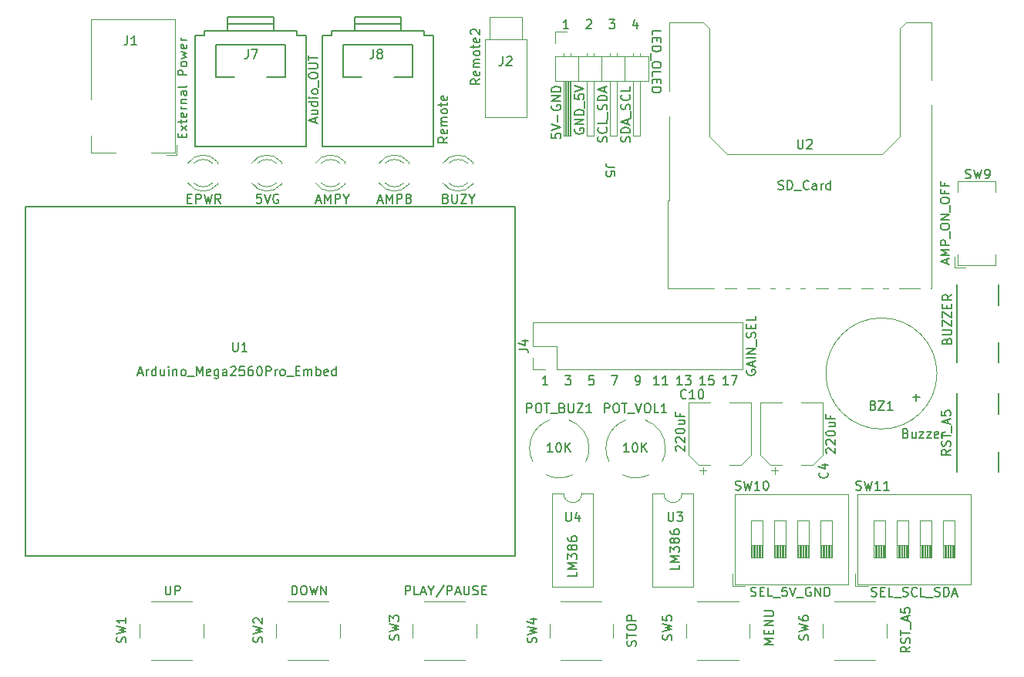
<source format=gto>
G04 #@! TF.GenerationSoftware,KiCad,Pcbnew,(5.1.6)-1*
G04 #@! TF.CreationDate,2021-01-09T08:19:16+02:00*
G04 #@! TF.ProjectId,MegaDuino_PM_1_3_Buzz,4d656761-4475-4696-9e6f-5f504d5f315f,rev?*
G04 #@! TF.SameCoordinates,Original*
G04 #@! TF.FileFunction,Legend,Top*
G04 #@! TF.FilePolarity,Positive*
%FSLAX46Y46*%
G04 Gerber Fmt 4.6, Leading zero omitted, Abs format (unit mm)*
G04 Created by KiCad (PCBNEW (5.1.6)-1) date 2021-01-09 08:19:16*
%MOMM*%
%LPD*%
G01*
G04 APERTURE LIST*
%ADD10C,0.150000*%
%ADD11C,0.200000*%
%ADD12C,0.120000*%
G04 APERTURE END LIST*
D10*
X193865523Y-146248380D02*
X193294095Y-146248380D01*
X193579809Y-146248380D02*
X193579809Y-145248380D01*
X193484571Y-145391238D01*
X193389333Y-145486476D01*
X193294095Y-145534095D01*
X194770285Y-145248380D02*
X194294095Y-145248380D01*
X194246476Y-145724571D01*
X194294095Y-145676952D01*
X194389333Y-145629333D01*
X194627428Y-145629333D01*
X194722666Y-145676952D01*
X194770285Y-145724571D01*
X194817904Y-145819809D01*
X194817904Y-146057904D01*
X194770285Y-146153142D01*
X194722666Y-146200761D01*
X194627428Y-146248380D01*
X194389333Y-146248380D01*
X194294095Y-146200761D01*
X194246476Y-146153142D01*
X196405523Y-146248380D02*
X195834095Y-146248380D01*
X196119809Y-146248380D02*
X196119809Y-145248380D01*
X196024571Y-145391238D01*
X195929333Y-145486476D01*
X195834095Y-145534095D01*
X196738857Y-145248380D02*
X197405523Y-145248380D01*
X196976952Y-146248380D01*
X185570761Y-119562190D02*
X185618380Y-119419333D01*
X185618380Y-119181238D01*
X185570761Y-119086000D01*
X185523142Y-119038380D01*
X185427904Y-118990761D01*
X185332666Y-118990761D01*
X185237428Y-119038380D01*
X185189809Y-119086000D01*
X185142190Y-119181238D01*
X185094571Y-119371714D01*
X185046952Y-119466952D01*
X184999333Y-119514571D01*
X184904095Y-119562190D01*
X184808857Y-119562190D01*
X184713619Y-119514571D01*
X184666000Y-119466952D01*
X184618380Y-119371714D01*
X184618380Y-119133619D01*
X184666000Y-118990761D01*
X185618380Y-118562190D02*
X184618380Y-118562190D01*
X184618380Y-118324095D01*
X184666000Y-118181238D01*
X184761238Y-118086000D01*
X184856476Y-118038380D01*
X185046952Y-117990761D01*
X185189809Y-117990761D01*
X185380285Y-118038380D01*
X185475523Y-118086000D01*
X185570761Y-118181238D01*
X185618380Y-118324095D01*
X185618380Y-118562190D01*
X185332666Y-117609809D02*
X185332666Y-117133619D01*
X185618380Y-117705047D02*
X184618380Y-117371714D01*
X185618380Y-117038380D01*
X185713619Y-116943142D02*
X185713619Y-116181238D01*
X185570761Y-115990761D02*
X185618380Y-115847904D01*
X185618380Y-115609809D01*
X185570761Y-115514571D01*
X185523142Y-115466952D01*
X185427904Y-115419333D01*
X185332666Y-115419333D01*
X185237428Y-115466952D01*
X185189809Y-115514571D01*
X185142190Y-115609809D01*
X185094571Y-115800285D01*
X185046952Y-115895523D01*
X184999333Y-115943142D01*
X184904095Y-115990761D01*
X184808857Y-115990761D01*
X184713619Y-115943142D01*
X184666000Y-115895523D01*
X184618380Y-115800285D01*
X184618380Y-115562190D01*
X184666000Y-115419333D01*
X185523142Y-114419333D02*
X185570761Y-114466952D01*
X185618380Y-114609809D01*
X185618380Y-114705047D01*
X185570761Y-114847904D01*
X185475523Y-114943142D01*
X185380285Y-114990761D01*
X185189809Y-115038380D01*
X185046952Y-115038380D01*
X184856476Y-114990761D01*
X184761238Y-114943142D01*
X184666000Y-114847904D01*
X184618380Y-114705047D01*
X184618380Y-114609809D01*
X184666000Y-114466952D01*
X184713619Y-114419333D01*
X185618380Y-113514571D02*
X185618380Y-113990761D01*
X184618380Y-113990761D01*
X183030761Y-119562190D02*
X183078380Y-119419333D01*
X183078380Y-119181238D01*
X183030761Y-119086000D01*
X182983142Y-119038380D01*
X182887904Y-118990761D01*
X182792666Y-118990761D01*
X182697428Y-119038380D01*
X182649809Y-119086000D01*
X182602190Y-119181238D01*
X182554571Y-119371714D01*
X182506952Y-119466952D01*
X182459333Y-119514571D01*
X182364095Y-119562190D01*
X182268857Y-119562190D01*
X182173619Y-119514571D01*
X182126000Y-119466952D01*
X182078380Y-119371714D01*
X182078380Y-119133619D01*
X182126000Y-118990761D01*
X182983142Y-117990761D02*
X183030761Y-118038380D01*
X183078380Y-118181238D01*
X183078380Y-118276476D01*
X183030761Y-118419333D01*
X182935523Y-118514571D01*
X182840285Y-118562190D01*
X182649809Y-118609809D01*
X182506952Y-118609809D01*
X182316476Y-118562190D01*
X182221238Y-118514571D01*
X182126000Y-118419333D01*
X182078380Y-118276476D01*
X182078380Y-118181238D01*
X182126000Y-118038380D01*
X182173619Y-117990761D01*
X183078380Y-117086000D02*
X183078380Y-117562190D01*
X182078380Y-117562190D01*
X183173619Y-116990761D02*
X183173619Y-116228857D01*
X183030761Y-116038380D02*
X183078380Y-115895523D01*
X183078380Y-115657428D01*
X183030761Y-115562190D01*
X182983142Y-115514571D01*
X182887904Y-115466952D01*
X182792666Y-115466952D01*
X182697428Y-115514571D01*
X182649809Y-115562190D01*
X182602190Y-115657428D01*
X182554571Y-115847904D01*
X182506952Y-115943142D01*
X182459333Y-115990761D01*
X182364095Y-116038380D01*
X182268857Y-116038380D01*
X182173619Y-115990761D01*
X182126000Y-115943142D01*
X182078380Y-115847904D01*
X182078380Y-115609809D01*
X182126000Y-115466952D01*
X183078380Y-115038380D02*
X182078380Y-115038380D01*
X182078380Y-114800285D01*
X182126000Y-114657428D01*
X182221238Y-114562190D01*
X182316476Y-114514571D01*
X182506952Y-114466952D01*
X182649809Y-114466952D01*
X182840285Y-114514571D01*
X182935523Y-114562190D01*
X183030761Y-114657428D01*
X183078380Y-114800285D01*
X183078380Y-115038380D01*
X182792666Y-114086000D02*
X182792666Y-113609809D01*
X183078380Y-114181238D02*
X182078380Y-113847904D01*
X183078380Y-113514571D01*
X179586000Y-118125619D02*
X179538380Y-118220857D01*
X179538380Y-118363714D01*
X179586000Y-118506571D01*
X179681238Y-118601809D01*
X179776476Y-118649428D01*
X179966952Y-118697047D01*
X180109809Y-118697047D01*
X180300285Y-118649428D01*
X180395523Y-118601809D01*
X180490761Y-118506571D01*
X180538380Y-118363714D01*
X180538380Y-118268476D01*
X180490761Y-118125619D01*
X180443142Y-118078000D01*
X180109809Y-118078000D01*
X180109809Y-118268476D01*
X180538380Y-117649428D02*
X179538380Y-117649428D01*
X180538380Y-117078000D01*
X179538380Y-117078000D01*
X180538380Y-116601809D02*
X179538380Y-116601809D01*
X179538380Y-116363714D01*
X179586000Y-116220857D01*
X179681238Y-116125619D01*
X179776476Y-116078000D01*
X179966952Y-116030380D01*
X180109809Y-116030380D01*
X180300285Y-116078000D01*
X180395523Y-116125619D01*
X180490761Y-116220857D01*
X180538380Y-116363714D01*
X180538380Y-116601809D01*
X180633619Y-115839904D02*
X180633619Y-115078000D01*
X179538380Y-114363714D02*
X179538380Y-114839904D01*
X180014571Y-114887523D01*
X179966952Y-114839904D01*
X179919333Y-114744666D01*
X179919333Y-114506571D01*
X179966952Y-114411333D01*
X180014571Y-114363714D01*
X180109809Y-114316095D01*
X180347904Y-114316095D01*
X180443142Y-114363714D01*
X180490761Y-114411333D01*
X180538380Y-114506571D01*
X180538380Y-114744666D01*
X180490761Y-114839904D01*
X180443142Y-114887523D01*
X179538380Y-114030380D02*
X180538380Y-113697047D01*
X179538380Y-113363714D01*
X176998380Y-118665333D02*
X176998380Y-119141523D01*
X177474571Y-119189142D01*
X177426952Y-119141523D01*
X177379333Y-119046285D01*
X177379333Y-118808190D01*
X177426952Y-118712952D01*
X177474571Y-118665333D01*
X177569809Y-118617714D01*
X177807904Y-118617714D01*
X177903142Y-118665333D01*
X177950761Y-118712952D01*
X177998380Y-118808190D01*
X177998380Y-119046285D01*
X177950761Y-119141523D01*
X177903142Y-119189142D01*
X176998380Y-118332000D02*
X177998380Y-117998666D01*
X176998380Y-117665333D01*
X177617428Y-117332000D02*
X177617428Y-116570095D01*
X177046000Y-115570095D02*
X176998380Y-115665333D01*
X176998380Y-115808190D01*
X177046000Y-115951047D01*
X177141238Y-116046285D01*
X177236476Y-116093904D01*
X177426952Y-116141523D01*
X177569809Y-116141523D01*
X177760285Y-116093904D01*
X177855523Y-116046285D01*
X177950761Y-115951047D01*
X177998380Y-115808190D01*
X177998380Y-115712952D01*
X177950761Y-115570095D01*
X177903142Y-115522476D01*
X177569809Y-115522476D01*
X177569809Y-115712952D01*
X177998380Y-115093904D02*
X176998380Y-115093904D01*
X177998380Y-114522476D01*
X176998380Y-114522476D01*
X177998380Y-114046285D02*
X176998380Y-114046285D01*
X176998380Y-113808190D01*
X177046000Y-113665333D01*
X177141238Y-113570095D01*
X177236476Y-113522476D01*
X177426952Y-113474857D01*
X177569809Y-113474857D01*
X177760285Y-113522476D01*
X177855523Y-113570095D01*
X177950761Y-113665333D01*
X177998380Y-113808190D01*
X177998380Y-114046285D01*
X186372476Y-106465714D02*
X186372476Y-107132380D01*
X186134380Y-106084761D02*
X185896285Y-106799047D01*
X186515333Y-106799047D01*
X183308666Y-106132380D02*
X183927714Y-106132380D01*
X183594380Y-106513333D01*
X183737238Y-106513333D01*
X183832476Y-106560952D01*
X183880095Y-106608571D01*
X183927714Y-106703809D01*
X183927714Y-106941904D01*
X183880095Y-107037142D01*
X183832476Y-107084761D01*
X183737238Y-107132380D01*
X183451523Y-107132380D01*
X183356285Y-107084761D01*
X183308666Y-107037142D01*
X180816285Y-106227619D02*
X180863904Y-106180000D01*
X180959142Y-106132380D01*
X181197238Y-106132380D01*
X181292476Y-106180000D01*
X181340095Y-106227619D01*
X181387714Y-106322857D01*
X181387714Y-106418095D01*
X181340095Y-106560952D01*
X180768666Y-107132380D01*
X181387714Y-107132380D01*
X178847714Y-107132380D02*
X178276285Y-107132380D01*
X178562000Y-107132380D02*
X178562000Y-106132380D01*
X178466761Y-106275238D01*
X178371523Y-106370476D01*
X178276285Y-106418095D01*
X191325523Y-146248380D02*
X190754095Y-146248380D01*
X191039809Y-146248380D02*
X191039809Y-145248380D01*
X190944571Y-145391238D01*
X190849333Y-145486476D01*
X190754095Y-145534095D01*
X191658857Y-145248380D02*
X192277904Y-145248380D01*
X191944571Y-145629333D01*
X192087428Y-145629333D01*
X192182666Y-145676952D01*
X192230285Y-145724571D01*
X192277904Y-145819809D01*
X192277904Y-146057904D01*
X192230285Y-146153142D01*
X192182666Y-146200761D01*
X192087428Y-146248380D01*
X191801714Y-146248380D01*
X191706476Y-146200761D01*
X191658857Y-146153142D01*
X188785523Y-146248380D02*
X188214095Y-146248380D01*
X188499809Y-146248380D02*
X188499809Y-145248380D01*
X188404571Y-145391238D01*
X188309333Y-145486476D01*
X188214095Y-145534095D01*
X189737904Y-146248380D02*
X189166476Y-146248380D01*
X189452190Y-146248380D02*
X189452190Y-145248380D01*
X189356952Y-145391238D01*
X189261714Y-145486476D01*
X189166476Y-145534095D01*
X186245523Y-146248380D02*
X186436000Y-146248380D01*
X186531238Y-146200761D01*
X186578857Y-146153142D01*
X186674095Y-146010285D01*
X186721714Y-145819809D01*
X186721714Y-145438857D01*
X186674095Y-145343619D01*
X186626476Y-145296000D01*
X186531238Y-145248380D01*
X186340761Y-145248380D01*
X186245523Y-145296000D01*
X186197904Y-145343619D01*
X186150285Y-145438857D01*
X186150285Y-145676952D01*
X186197904Y-145772190D01*
X186245523Y-145819809D01*
X186340761Y-145867428D01*
X186531238Y-145867428D01*
X186626476Y-145819809D01*
X186674095Y-145772190D01*
X186721714Y-145676952D01*
X183562666Y-145248380D02*
X184229333Y-145248380D01*
X183800761Y-146248380D01*
X181594095Y-145248380D02*
X181117904Y-145248380D01*
X181070285Y-145724571D01*
X181117904Y-145676952D01*
X181213142Y-145629333D01*
X181451238Y-145629333D01*
X181546476Y-145676952D01*
X181594095Y-145724571D01*
X181641714Y-145819809D01*
X181641714Y-146057904D01*
X181594095Y-146153142D01*
X181546476Y-146200761D01*
X181451238Y-146248380D01*
X181213142Y-146248380D01*
X181117904Y-146200761D01*
X181070285Y-146153142D01*
X178482666Y-145248380D02*
X179101714Y-145248380D01*
X178768380Y-145629333D01*
X178911238Y-145629333D01*
X179006476Y-145676952D01*
X179054095Y-145724571D01*
X179101714Y-145819809D01*
X179101714Y-146057904D01*
X179054095Y-146153142D01*
X179006476Y-146200761D01*
X178911238Y-146248380D01*
X178625523Y-146248380D01*
X178530285Y-146200761D01*
X178482666Y-146153142D01*
X176561714Y-146248380D02*
X175990285Y-146248380D01*
X176276000Y-146248380D02*
X176276000Y-145248380D01*
X176180761Y-145391238D01*
X176085523Y-145486476D01*
X175990285Y-145534095D01*
X226100000Y-137500000D02*
X226100000Y-135200000D01*
X226100000Y-143800000D02*
X226100000Y-141600000D01*
X221500000Y-143800000D02*
X221500000Y-135200000D01*
X226100000Y-149500000D02*
X226100000Y-147200000D01*
X226100000Y-155800000D02*
X226100000Y-153600000D01*
X221500000Y-155800000D02*
X221500000Y-147200000D01*
D11*
X172950000Y-165000000D02*
X119200000Y-165000000D01*
X119200000Y-165000000D02*
X119200000Y-126650000D01*
X172950000Y-165000000D02*
X172950000Y-126650000D01*
X172950000Y-126650000D02*
X119200000Y-126650000D01*
D12*
X161290000Y-121920000D02*
X161290000Y-121764000D01*
X161290000Y-124236000D02*
X161290000Y-124080000D01*
X158688870Y-121920163D02*
G75*
G02*
X160770961Y-121920000I1041130J-1079837D01*
G01*
X158688870Y-124079837D02*
G75*
G03*
X160770961Y-124080000I1041130J1079837D01*
G01*
X158057665Y-121921392D02*
G75*
G02*
X161290000Y-121764484I1672335J-1078608D01*
G01*
X158057665Y-124078608D02*
G75*
G03*
X161290000Y-124235516I1672335J1078608D01*
G01*
X138750000Y-174000000D02*
X138750000Y-172500000D01*
X137500000Y-170000000D02*
X133000000Y-170000000D01*
X131750000Y-172500000D02*
X131750000Y-174000000D01*
X133000000Y-176500000D02*
X137500000Y-176500000D01*
X221550000Y-131900000D02*
X221550000Y-133100000D01*
X221550000Y-133100000D02*
X225750000Y-133100000D01*
X225750000Y-133100000D02*
X225750000Y-131900000D01*
X221550000Y-125100000D02*
X221550000Y-123900000D01*
X221550000Y-123900000D02*
X225750000Y-123900000D01*
X225750000Y-123900000D02*
X225750000Y-125100000D01*
X221250000Y-132200000D02*
X221250000Y-133400000D01*
X221250000Y-133400000D02*
X222450000Y-133400000D01*
X213750000Y-174000000D02*
X213750000Y-172500000D01*
X212500000Y-170000000D02*
X208000000Y-170000000D01*
X206750000Y-172500000D02*
X206750000Y-174000000D01*
X208000000Y-176500000D02*
X212500000Y-176500000D01*
X198750000Y-174000000D02*
X198750000Y-172500000D01*
X197500000Y-170000000D02*
X193000000Y-170000000D01*
X191750000Y-172500000D02*
X191750000Y-174000000D01*
X193000000Y-176500000D02*
X197500000Y-176500000D01*
X183750000Y-174000000D02*
X183750000Y-172500000D01*
X182500000Y-170000000D02*
X178000000Y-170000000D01*
X176750000Y-172500000D02*
X176750000Y-174000000D01*
X178000000Y-176500000D02*
X182500000Y-176500000D01*
X168750000Y-174000000D02*
X168750000Y-172500000D01*
X167500000Y-170000000D02*
X163000000Y-170000000D01*
X161750000Y-172500000D02*
X161750000Y-174000000D01*
X163000000Y-176500000D02*
X167500000Y-176500000D01*
X153750000Y-174000000D02*
X153750000Y-172500000D01*
X152500000Y-170000000D02*
X148000000Y-170000000D01*
X146750000Y-172500000D02*
X146750000Y-174000000D01*
X148000000Y-176500000D02*
X152500000Y-176500000D01*
X169712000Y-116830000D02*
X169712000Y-108330000D01*
X169712000Y-108330000D02*
X174262000Y-108330000D01*
X174262000Y-108330000D02*
X174212000Y-116830000D01*
X174212000Y-116830000D02*
X169712000Y-116830000D01*
X170212000Y-108330000D02*
X170212000Y-105830000D01*
X170212000Y-105830000D02*
X173712000Y-105830000D01*
X173712000Y-105830000D02*
X173712000Y-108330000D01*
X168290000Y-121920000D02*
X168290000Y-121764000D01*
X168290000Y-124236000D02*
X168290000Y-124080000D01*
X165688870Y-121920163D02*
G75*
G02*
X167770961Y-121920000I1041130J-1079837D01*
G01*
X165688870Y-124079837D02*
G75*
G03*
X167770961Y-124080000I1041130J1079837D01*
G01*
X165057665Y-121921392D02*
G75*
G02*
X168290000Y-121764484I1672335J-1078608D01*
G01*
X165057665Y-124078608D02*
G75*
G03*
X168290000Y-124235516I1672335J1078608D01*
G01*
X154290000Y-121920000D02*
X154290000Y-121764000D01*
X154290000Y-124236000D02*
X154290000Y-124080000D01*
X151688870Y-121920163D02*
G75*
G02*
X153770961Y-121920000I1041130J-1079837D01*
G01*
X151688870Y-124079837D02*
G75*
G03*
X153770961Y-124080000I1041130J1079837D01*
G01*
X151057665Y-121921392D02*
G75*
G02*
X154290000Y-121764484I1672335J-1078608D01*
G01*
X151057665Y-124078608D02*
G75*
G03*
X154290000Y-124235516I1672335J1078608D01*
G01*
X174946000Y-144586000D02*
X174946000Y-143256000D01*
X176276000Y-144586000D02*
X174946000Y-144586000D01*
X174946000Y-141986000D02*
X174946000Y-139386000D01*
X177546000Y-141986000D02*
X174946000Y-141986000D01*
X177546000Y-144586000D02*
X177546000Y-141986000D01*
X174946000Y-139386000D02*
X197926000Y-139386000D01*
X177546000Y-144586000D02*
X197926000Y-144586000D01*
X197926000Y-144586000D02*
X197926000Y-139386000D01*
D10*
X152870000Y-107898000D02*
X151854000Y-107898000D01*
X152870000Y-107390000D02*
X163030000Y-107390000D01*
X151854000Y-120090000D02*
X151854000Y-107898000D01*
X161760000Y-108914000D02*
X161760000Y-112470000D01*
X156172000Y-112470000D02*
X154140000Y-112470000D01*
X160490000Y-107390000D02*
X160490000Y-105866000D01*
X155410000Y-105866000D02*
X155410000Y-107390000D01*
X164046000Y-107898000D02*
X163030000Y-107898000D01*
X155410000Y-106628000D02*
X160490000Y-106628000D01*
X164046000Y-120090000D02*
X151854000Y-120090000D01*
X163030000Y-107390000D02*
X163030000Y-107898000D01*
X154140000Y-112470000D02*
X154140000Y-108914000D01*
X161760000Y-112470000D02*
X159728000Y-112470000D01*
X152870000Y-107644000D02*
X152870000Y-107390000D01*
X164046000Y-107898000D02*
X164046000Y-120090000D01*
X154140000Y-108914000D02*
X161760000Y-108914000D01*
X155410000Y-105866000D02*
X160490000Y-105866000D01*
X152870000Y-107898000D02*
X152870000Y-107644000D01*
D12*
X184136000Y-118856000D02*
X184136000Y-112856000D01*
X181596000Y-109798929D02*
X181596000Y-110196000D01*
X181596000Y-118856000D02*
X181596000Y-112856000D01*
X180836000Y-118856000D02*
X181596000Y-118856000D01*
X180836000Y-112856000D02*
X180836000Y-118856000D01*
X186676000Y-109798929D02*
X186676000Y-110196000D01*
X182486000Y-110196000D02*
X182486000Y-112856000D01*
X179946000Y-110196000D02*
X179946000Y-112856000D01*
X179056000Y-109866000D02*
X179056000Y-110196000D01*
X183376000Y-109798929D02*
X183376000Y-110196000D01*
X178956000Y-112856000D02*
X178956000Y-118856000D01*
X180836000Y-109798929D02*
X180836000Y-110196000D01*
X185916000Y-109798929D02*
X185916000Y-110196000D01*
X178296000Y-109866000D02*
X178296000Y-110196000D01*
X178836000Y-112856000D02*
X178836000Y-118856000D01*
X178716000Y-112856000D02*
X178716000Y-118856000D01*
X178596000Y-112856000D02*
X178596000Y-118856000D01*
X178476000Y-112856000D02*
X178476000Y-118856000D01*
X178356000Y-112856000D02*
X178356000Y-118856000D01*
X178676000Y-107486000D02*
X177406000Y-107486000D01*
X177406000Y-107486000D02*
X177406000Y-108756000D01*
X186676000Y-118856000D02*
X186676000Y-112856000D01*
X185916000Y-118856000D02*
X186676000Y-118856000D01*
X185916000Y-112856000D02*
X185916000Y-118856000D01*
X185026000Y-110196000D02*
X185026000Y-112856000D01*
X184136000Y-109798929D02*
X184136000Y-110196000D01*
X183376000Y-118856000D02*
X184136000Y-118856000D01*
X183376000Y-112856000D02*
X183376000Y-118856000D01*
X187626000Y-112856000D02*
X177346000Y-112856000D01*
X187626000Y-110196000D02*
X187626000Y-112856000D01*
X178296000Y-112856000D02*
X178296000Y-118856000D01*
X178296000Y-118856000D02*
X179056000Y-118856000D01*
X177346000Y-112856000D02*
X177346000Y-110196000D01*
X177346000Y-110196000D02*
X187626000Y-110196000D01*
X179056000Y-118856000D02*
X179056000Y-112856000D01*
D10*
X138870000Y-107898000D02*
X137854000Y-107898000D01*
X138870000Y-107390000D02*
X149030000Y-107390000D01*
X137854000Y-120090000D02*
X137854000Y-107898000D01*
X147760000Y-108914000D02*
X147760000Y-112470000D01*
X142172000Y-112470000D02*
X140140000Y-112470000D01*
X146490000Y-107390000D02*
X146490000Y-105866000D01*
X141410000Y-105866000D02*
X141410000Y-107390000D01*
X150046000Y-107898000D02*
X149030000Y-107898000D01*
X141410000Y-106628000D02*
X146490000Y-106628000D01*
X150046000Y-120090000D02*
X137854000Y-120090000D01*
X149030000Y-107390000D02*
X149030000Y-107898000D01*
X140140000Y-112470000D02*
X140140000Y-108914000D01*
X147760000Y-112470000D02*
X145728000Y-112470000D01*
X138870000Y-107644000D02*
X138870000Y-107390000D01*
X150046000Y-107898000D02*
X150046000Y-120090000D01*
X140140000Y-108914000D02*
X147760000Y-108914000D01*
X141410000Y-105866000D02*
X146490000Y-105866000D01*
X138870000Y-107898000D02*
X138870000Y-107644000D01*
D12*
X219985000Y-163866667D02*
X221255000Y-163866667D01*
X221185000Y-165220000D02*
X221185000Y-163866667D01*
X221065000Y-165220000D02*
X221065000Y-163866667D01*
X220945000Y-165220000D02*
X220945000Y-163866667D01*
X220825000Y-165220000D02*
X220825000Y-163866667D01*
X220705000Y-165220000D02*
X220705000Y-163866667D01*
X220585000Y-165220000D02*
X220585000Y-163866667D01*
X220465000Y-165220000D02*
X220465000Y-163866667D01*
X220345000Y-165220000D02*
X220345000Y-163866667D01*
X220225000Y-165220000D02*
X220225000Y-163866667D01*
X220105000Y-165220000D02*
X220105000Y-163866667D01*
X219985000Y-161160000D02*
X219985000Y-165220000D01*
X221255000Y-161160000D02*
X219985000Y-161160000D01*
X221255000Y-165220000D02*
X221255000Y-161160000D01*
X219985000Y-165220000D02*
X221255000Y-165220000D01*
X217445000Y-163866667D02*
X218715000Y-163866667D01*
X218645000Y-165220000D02*
X218645000Y-163866667D01*
X218525000Y-165220000D02*
X218525000Y-163866667D01*
X218405000Y-165220000D02*
X218405000Y-163866667D01*
X218285000Y-165220000D02*
X218285000Y-163866667D01*
X218165000Y-165220000D02*
X218165000Y-163866667D01*
X218045000Y-165220000D02*
X218045000Y-163866667D01*
X217925000Y-165220000D02*
X217925000Y-163866667D01*
X217805000Y-165220000D02*
X217805000Y-163866667D01*
X217685000Y-165220000D02*
X217685000Y-163866667D01*
X217565000Y-165220000D02*
X217565000Y-163866667D01*
X217445000Y-161160000D02*
X217445000Y-165220000D01*
X218715000Y-161160000D02*
X217445000Y-161160000D01*
X218715000Y-165220000D02*
X218715000Y-161160000D01*
X217445000Y-165220000D02*
X218715000Y-165220000D01*
X214905000Y-163866667D02*
X216175000Y-163866667D01*
X216105000Y-165220000D02*
X216105000Y-163866667D01*
X215985000Y-165220000D02*
X215985000Y-163866667D01*
X215865000Y-165220000D02*
X215865000Y-163866667D01*
X215745000Y-165220000D02*
X215745000Y-163866667D01*
X215625000Y-165220000D02*
X215625000Y-163866667D01*
X215505000Y-165220000D02*
X215505000Y-163866667D01*
X215385000Y-165220000D02*
X215385000Y-163866667D01*
X215265000Y-165220000D02*
X215265000Y-163866667D01*
X215145000Y-165220000D02*
X215145000Y-163866667D01*
X215025000Y-165220000D02*
X215025000Y-163866667D01*
X214905000Y-161160000D02*
X214905000Y-165220000D01*
X216175000Y-161160000D02*
X214905000Y-161160000D01*
X216175000Y-165220000D02*
X216175000Y-161160000D01*
X214905000Y-165220000D02*
X216175000Y-165220000D01*
X212365000Y-163866667D02*
X213635000Y-163866667D01*
X213565000Y-165220000D02*
X213565000Y-163866667D01*
X213445000Y-165220000D02*
X213445000Y-163866667D01*
X213325000Y-165220000D02*
X213325000Y-163866667D01*
X213205000Y-165220000D02*
X213205000Y-163866667D01*
X213085000Y-165220000D02*
X213085000Y-163866667D01*
X212965000Y-165220000D02*
X212965000Y-163866667D01*
X212845000Y-165220000D02*
X212845000Y-163866667D01*
X212725000Y-165220000D02*
X212725000Y-163866667D01*
X212605000Y-165220000D02*
X212605000Y-163866667D01*
X212485000Y-165220000D02*
X212485000Y-163866667D01*
X212365000Y-161160000D02*
X212365000Y-165220000D01*
X213635000Y-161160000D02*
X212365000Y-161160000D01*
X213635000Y-165220000D02*
X213635000Y-161160000D01*
X212365000Y-165220000D02*
X213635000Y-165220000D01*
X210340000Y-168380000D02*
X211723000Y-168380000D01*
X210340000Y-168380000D02*
X210340000Y-166996000D01*
X210580000Y-158240000D02*
X223040000Y-158240000D01*
X210580000Y-168140000D02*
X223040000Y-168140000D01*
X223040000Y-168140000D02*
X223040000Y-158240000D01*
X210580000Y-168140000D02*
X210580000Y-158240000D01*
X193211750Y-155681750D02*
X193999250Y-155681750D01*
X193605500Y-156075500D02*
X193605500Y-155288000D01*
X197798563Y-155048000D02*
X198863000Y-153983563D01*
X193107437Y-155048000D02*
X192043000Y-153983563D01*
X193107437Y-155048000D02*
X194393000Y-155048000D01*
X197798563Y-155048000D02*
X196513000Y-155048000D01*
X198863000Y-153983563D02*
X198863000Y-148228000D01*
X192043000Y-153983563D02*
X192043000Y-148228000D01*
X192043000Y-148228000D02*
X194393000Y-148228000D01*
X198863000Y-148228000D02*
X196513000Y-148228000D01*
X201085750Y-155681750D02*
X201873250Y-155681750D01*
X201479500Y-156075500D02*
X201479500Y-155288000D01*
X205672563Y-155048000D02*
X206737000Y-153983563D01*
X200981437Y-155048000D02*
X199917000Y-153983563D01*
X200981437Y-155048000D02*
X202267000Y-155048000D01*
X205672563Y-155048000D02*
X204387000Y-155048000D01*
X206737000Y-153983563D02*
X206737000Y-148228000D01*
X199917000Y-153983563D02*
X199917000Y-148228000D01*
X199917000Y-148228000D02*
X202267000Y-148228000D01*
X206737000Y-148228000D02*
X204387000Y-148228000D01*
X189954000Y-126038000D02*
X189754000Y-126038000D01*
X215104000Y-135678000D02*
X217434000Y-135678000D01*
X213404000Y-135678000D02*
X213944000Y-135678000D01*
X210974000Y-135678000D02*
X212244000Y-135678000D01*
X208474000Y-135678000D02*
X209814000Y-135678000D01*
X205974000Y-135678000D02*
X207314000Y-135678000D01*
X204274000Y-135678000D02*
X204814000Y-135678000D01*
X202674000Y-135678000D02*
X203114000Y-135678000D01*
X200974000Y-135678000D02*
X201514000Y-135678000D01*
X198474000Y-135678000D02*
X199814000Y-135678000D01*
X195974000Y-135678000D02*
X197314000Y-135678000D01*
X189754000Y-135678000D02*
X194814000Y-135678000D01*
X218594000Y-135678000D02*
X218694000Y-135678000D01*
X189954000Y-126038000D02*
X189954000Y-116738000D01*
X189754000Y-126038000D02*
X189754000Y-135678000D01*
X196234000Y-120938000D02*
X194294000Y-118998000D01*
X213314000Y-120938000D02*
X215254000Y-118998000D01*
X213314000Y-120938000D02*
X196234000Y-120938000D01*
X189954000Y-113978000D02*
X189954000Y-106438000D01*
X194294000Y-107098000D02*
X194294000Y-118998000D01*
X194294000Y-107098000D02*
X193634000Y-106438000D01*
X189954000Y-106438000D02*
X193634000Y-106438000D01*
X218694000Y-135678000D02*
X218694000Y-115538000D01*
X218694000Y-112778000D02*
X218694000Y-106438000D01*
X215254000Y-107098000D02*
X215254000Y-118998000D01*
X215254000Y-107098000D02*
X215914000Y-106438000D01*
X218694000Y-106438000D02*
X215914000Y-106438000D01*
X181560000Y-158170000D02*
X180310000Y-158170000D01*
X181560000Y-168450000D02*
X181560000Y-158170000D01*
X177060000Y-168450000D02*
X181560000Y-168450000D01*
X177060000Y-158170000D02*
X177060000Y-168450000D01*
X178310000Y-158170000D02*
X177060000Y-158170000D01*
X180310000Y-158170000D02*
G75*
G02*
X178310000Y-158170000I-1000000J0D01*
G01*
X181110075Y-153145137D02*
G75*
G02*
X180754000Y-154687000I-3270075J-56863D01*
G01*
X179325202Y-156115387D02*
G75*
G02*
X176356000Y-156116000I-1485202J2913387D01*
G01*
X174926171Y-154685968D02*
G75*
G02*
X176776000Y-150110000I2913829J1483968D01*
G01*
X178904608Y-150110154D02*
G75*
G02*
X181110000Y-153202000I-1064608J-3091846D01*
G01*
X219300000Y-145000000D02*
G75*
G03*
X219300000Y-145000000I-6100000J0D01*
G01*
X192560000Y-158170000D02*
X191310000Y-158170000D01*
X192560000Y-168450000D02*
X192560000Y-158170000D01*
X188060000Y-168450000D02*
X192560000Y-168450000D01*
X188060000Y-158170000D02*
X188060000Y-168450000D01*
X189310000Y-158170000D02*
X188060000Y-158170000D01*
X191310000Y-158170000D02*
G75*
G02*
X189310000Y-158170000I-1000000J0D01*
G01*
X206485000Y-163866667D02*
X207755000Y-163866667D01*
X207685000Y-165220000D02*
X207685000Y-163866667D01*
X207565000Y-165220000D02*
X207565000Y-163866667D01*
X207445000Y-165220000D02*
X207445000Y-163866667D01*
X207325000Y-165220000D02*
X207325000Y-163866667D01*
X207205000Y-165220000D02*
X207205000Y-163866667D01*
X207085000Y-165220000D02*
X207085000Y-163866667D01*
X206965000Y-165220000D02*
X206965000Y-163866667D01*
X206845000Y-165220000D02*
X206845000Y-163866667D01*
X206725000Y-165220000D02*
X206725000Y-163866667D01*
X206605000Y-165220000D02*
X206605000Y-163866667D01*
X206485000Y-161160000D02*
X206485000Y-165220000D01*
X207755000Y-161160000D02*
X206485000Y-161160000D01*
X207755000Y-165220000D02*
X207755000Y-161160000D01*
X206485000Y-165220000D02*
X207755000Y-165220000D01*
X203945000Y-163866667D02*
X205215000Y-163866667D01*
X205145000Y-165220000D02*
X205145000Y-163866667D01*
X205025000Y-165220000D02*
X205025000Y-163866667D01*
X204905000Y-165220000D02*
X204905000Y-163866667D01*
X204785000Y-165220000D02*
X204785000Y-163866667D01*
X204665000Y-165220000D02*
X204665000Y-163866667D01*
X204545000Y-165220000D02*
X204545000Y-163866667D01*
X204425000Y-165220000D02*
X204425000Y-163866667D01*
X204305000Y-165220000D02*
X204305000Y-163866667D01*
X204185000Y-165220000D02*
X204185000Y-163866667D01*
X204065000Y-165220000D02*
X204065000Y-163866667D01*
X203945000Y-161160000D02*
X203945000Y-165220000D01*
X205215000Y-161160000D02*
X203945000Y-161160000D01*
X205215000Y-165220000D02*
X205215000Y-161160000D01*
X203945000Y-165220000D02*
X205215000Y-165220000D01*
X201405000Y-163866667D02*
X202675000Y-163866667D01*
X202605000Y-165220000D02*
X202605000Y-163866667D01*
X202485000Y-165220000D02*
X202485000Y-163866667D01*
X202365000Y-165220000D02*
X202365000Y-163866667D01*
X202245000Y-165220000D02*
X202245000Y-163866667D01*
X202125000Y-165220000D02*
X202125000Y-163866667D01*
X202005000Y-165220000D02*
X202005000Y-163866667D01*
X201885000Y-165220000D02*
X201885000Y-163866667D01*
X201765000Y-165220000D02*
X201765000Y-163866667D01*
X201645000Y-165220000D02*
X201645000Y-163866667D01*
X201525000Y-165220000D02*
X201525000Y-163866667D01*
X201405000Y-161160000D02*
X201405000Y-165220000D01*
X202675000Y-161160000D02*
X201405000Y-161160000D01*
X202675000Y-165220000D02*
X202675000Y-161160000D01*
X201405000Y-165220000D02*
X202675000Y-165220000D01*
X198865000Y-163866667D02*
X200135000Y-163866667D01*
X200065000Y-165220000D02*
X200065000Y-163866667D01*
X199945000Y-165220000D02*
X199945000Y-163866667D01*
X199825000Y-165220000D02*
X199825000Y-163866667D01*
X199705000Y-165220000D02*
X199705000Y-163866667D01*
X199585000Y-165220000D02*
X199585000Y-163866667D01*
X199465000Y-165220000D02*
X199465000Y-163866667D01*
X199345000Y-165220000D02*
X199345000Y-163866667D01*
X199225000Y-165220000D02*
X199225000Y-163866667D01*
X199105000Y-165220000D02*
X199105000Y-163866667D01*
X198985000Y-165220000D02*
X198985000Y-163866667D01*
X198865000Y-161160000D02*
X198865000Y-165220000D01*
X200135000Y-161160000D02*
X198865000Y-161160000D01*
X200135000Y-165220000D02*
X200135000Y-161160000D01*
X198865000Y-165220000D02*
X200135000Y-165220000D01*
X196840000Y-168380000D02*
X198223000Y-168380000D01*
X196840000Y-168380000D02*
X196840000Y-166996000D01*
X197080000Y-158240000D02*
X209540000Y-158240000D01*
X197080000Y-168140000D02*
X209540000Y-168140000D01*
X209540000Y-168140000D02*
X209540000Y-158240000D01*
X197080000Y-168140000D02*
X197080000Y-158240000D01*
X189492075Y-153145137D02*
G75*
G02*
X189136000Y-154687000I-3270075J-56863D01*
G01*
X187707202Y-156115387D02*
G75*
G02*
X184738000Y-156116000I-1485202J2913387D01*
G01*
X183308171Y-154685968D02*
G75*
G02*
X185158000Y-150110000I2913829J1483968D01*
G01*
X187286608Y-150110154D02*
G75*
G02*
X189492000Y-153202000I-1064608J-3091846D01*
G01*
X135600000Y-120788000D02*
X133000000Y-120788000D01*
X135600000Y-106088000D02*
X135600000Y-120788000D01*
X126400000Y-120788000D02*
X126400000Y-118888000D01*
X129100000Y-120788000D02*
X126400000Y-120788000D01*
X126400000Y-106088000D02*
X135600000Y-106088000D01*
X126400000Y-114888000D02*
X126400000Y-106088000D01*
X135800000Y-119938000D02*
X135800000Y-120988000D01*
X134750000Y-120988000D02*
X135800000Y-120988000D01*
X140290000Y-121920000D02*
X140290000Y-121764000D01*
X140290000Y-124236000D02*
X140290000Y-124080000D01*
X137688870Y-121920163D02*
G75*
G02*
X139770961Y-121920000I1041130J-1079837D01*
G01*
X137688870Y-124079837D02*
G75*
G03*
X139770961Y-124080000I1041130J1079837D01*
G01*
X137057665Y-121921392D02*
G75*
G02*
X140290000Y-121764484I1672335J-1078608D01*
G01*
X137057665Y-124078608D02*
G75*
G03*
X140290000Y-124235516I1672335J1078608D01*
G01*
X147290000Y-121920000D02*
X147290000Y-121764000D01*
X147290000Y-124236000D02*
X147290000Y-124080000D01*
X144688870Y-121920163D02*
G75*
G02*
X146770961Y-121920000I1041130J-1079837D01*
G01*
X144688870Y-124079837D02*
G75*
G03*
X146770961Y-124080000I1041130J1079837D01*
G01*
X144057665Y-121921392D02*
G75*
G02*
X147290000Y-121764484I1672335J-1078608D01*
G01*
X144057665Y-124078608D02*
G75*
G03*
X147290000Y-124235516I1672335J1078608D01*
G01*
D10*
X220400571Y-141437142D02*
X220448190Y-141294285D01*
X220495809Y-141246666D01*
X220591047Y-141199047D01*
X220733904Y-141199047D01*
X220829142Y-141246666D01*
X220876761Y-141294285D01*
X220924380Y-141389523D01*
X220924380Y-141770476D01*
X219924380Y-141770476D01*
X219924380Y-141437142D01*
X219972000Y-141341904D01*
X220019619Y-141294285D01*
X220114857Y-141246666D01*
X220210095Y-141246666D01*
X220305333Y-141294285D01*
X220352952Y-141341904D01*
X220400571Y-141437142D01*
X220400571Y-141770476D01*
X219924380Y-140770476D02*
X220733904Y-140770476D01*
X220829142Y-140722857D01*
X220876761Y-140675238D01*
X220924380Y-140580000D01*
X220924380Y-140389523D01*
X220876761Y-140294285D01*
X220829142Y-140246666D01*
X220733904Y-140199047D01*
X219924380Y-140199047D01*
X219924380Y-139818095D02*
X219924380Y-139151428D01*
X220924380Y-139818095D01*
X220924380Y-139151428D01*
X219924380Y-138865714D02*
X219924380Y-138199047D01*
X220924380Y-138865714D01*
X220924380Y-138199047D01*
X220400571Y-137818095D02*
X220400571Y-137484761D01*
X220924380Y-137341904D02*
X220924380Y-137818095D01*
X219924380Y-137818095D01*
X219924380Y-137341904D01*
X220924380Y-136341904D02*
X220448190Y-136675238D01*
X220924380Y-136913333D02*
X219924380Y-136913333D01*
X219924380Y-136532380D01*
X219972000Y-136437142D01*
X220019619Y-136389523D01*
X220114857Y-136341904D01*
X220257714Y-136341904D01*
X220352952Y-136389523D01*
X220400571Y-136437142D01*
X220448190Y-136532380D01*
X220448190Y-136913333D01*
X220797380Y-153359333D02*
X220321190Y-153692666D01*
X220797380Y-153930761D02*
X219797380Y-153930761D01*
X219797380Y-153549809D01*
X219845000Y-153454571D01*
X219892619Y-153406952D01*
X219987857Y-153359333D01*
X220130714Y-153359333D01*
X220225952Y-153406952D01*
X220273571Y-153454571D01*
X220321190Y-153549809D01*
X220321190Y-153930761D01*
X220749761Y-152978380D02*
X220797380Y-152835523D01*
X220797380Y-152597428D01*
X220749761Y-152502190D01*
X220702142Y-152454571D01*
X220606904Y-152406952D01*
X220511666Y-152406952D01*
X220416428Y-152454571D01*
X220368809Y-152502190D01*
X220321190Y-152597428D01*
X220273571Y-152787904D01*
X220225952Y-152883142D01*
X220178333Y-152930761D01*
X220083095Y-152978380D01*
X219987857Y-152978380D01*
X219892619Y-152930761D01*
X219845000Y-152883142D01*
X219797380Y-152787904D01*
X219797380Y-152549809D01*
X219845000Y-152406952D01*
X219797380Y-152121238D02*
X219797380Y-151549809D01*
X220797380Y-151835523D02*
X219797380Y-151835523D01*
X220892619Y-151454571D02*
X220892619Y-150692666D01*
X220511666Y-150502190D02*
X220511666Y-150026000D01*
X220797380Y-150597428D02*
X219797380Y-150264095D01*
X220797380Y-149930761D01*
X219797380Y-149121238D02*
X219797380Y-149597428D01*
X220273571Y-149645047D01*
X220225952Y-149597428D01*
X220178333Y-149502190D01*
X220178333Y-149264095D01*
X220225952Y-149168857D01*
X220273571Y-149121238D01*
X220368809Y-149073619D01*
X220606904Y-149073619D01*
X220702142Y-149121238D01*
X220749761Y-149168857D01*
X220797380Y-149264095D01*
X220797380Y-149502190D01*
X220749761Y-149597428D01*
X220702142Y-149645047D01*
X141986095Y-141565380D02*
X141986095Y-142374904D01*
X142033714Y-142470142D01*
X142081333Y-142517761D01*
X142176571Y-142565380D01*
X142367047Y-142565380D01*
X142462285Y-142517761D01*
X142509904Y-142470142D01*
X142557523Y-142374904D01*
X142557523Y-141565380D01*
X143557523Y-142565380D02*
X142986095Y-142565380D01*
X143271809Y-142565380D02*
X143271809Y-141565380D01*
X143176571Y-141708238D01*
X143081333Y-141803476D01*
X142986095Y-141851095D01*
X131613047Y-144946666D02*
X132089238Y-144946666D01*
X131517809Y-145232380D02*
X131851142Y-144232380D01*
X132184476Y-145232380D01*
X132517809Y-145232380D02*
X132517809Y-144565714D01*
X132517809Y-144756190D02*
X132565428Y-144660952D01*
X132613047Y-144613333D01*
X132708285Y-144565714D01*
X132803523Y-144565714D01*
X133565428Y-145232380D02*
X133565428Y-144232380D01*
X133565428Y-145184761D02*
X133470190Y-145232380D01*
X133279714Y-145232380D01*
X133184476Y-145184761D01*
X133136857Y-145137142D01*
X133089238Y-145041904D01*
X133089238Y-144756190D01*
X133136857Y-144660952D01*
X133184476Y-144613333D01*
X133279714Y-144565714D01*
X133470190Y-144565714D01*
X133565428Y-144613333D01*
X134470190Y-144565714D02*
X134470190Y-145232380D01*
X134041619Y-144565714D02*
X134041619Y-145089523D01*
X134089238Y-145184761D01*
X134184476Y-145232380D01*
X134327333Y-145232380D01*
X134422571Y-145184761D01*
X134470190Y-145137142D01*
X134946380Y-145232380D02*
X134946380Y-144565714D01*
X134946380Y-144232380D02*
X134898761Y-144280000D01*
X134946380Y-144327619D01*
X134994000Y-144280000D01*
X134946380Y-144232380D01*
X134946380Y-144327619D01*
X135422571Y-144565714D02*
X135422571Y-145232380D01*
X135422571Y-144660952D02*
X135470190Y-144613333D01*
X135565428Y-144565714D01*
X135708285Y-144565714D01*
X135803523Y-144613333D01*
X135851142Y-144708571D01*
X135851142Y-145232380D01*
X136470190Y-145232380D02*
X136374952Y-145184761D01*
X136327333Y-145137142D01*
X136279714Y-145041904D01*
X136279714Y-144756190D01*
X136327333Y-144660952D01*
X136374952Y-144613333D01*
X136470190Y-144565714D01*
X136613047Y-144565714D01*
X136708285Y-144613333D01*
X136755904Y-144660952D01*
X136803523Y-144756190D01*
X136803523Y-145041904D01*
X136755904Y-145137142D01*
X136708285Y-145184761D01*
X136613047Y-145232380D01*
X136470190Y-145232380D01*
X136994000Y-145327619D02*
X137755904Y-145327619D01*
X137994000Y-145232380D02*
X137994000Y-144232380D01*
X138327333Y-144946666D01*
X138660666Y-144232380D01*
X138660666Y-145232380D01*
X139517809Y-145184761D02*
X139422571Y-145232380D01*
X139232095Y-145232380D01*
X139136857Y-145184761D01*
X139089238Y-145089523D01*
X139089238Y-144708571D01*
X139136857Y-144613333D01*
X139232095Y-144565714D01*
X139422571Y-144565714D01*
X139517809Y-144613333D01*
X139565428Y-144708571D01*
X139565428Y-144803809D01*
X139089238Y-144899047D01*
X140422571Y-144565714D02*
X140422571Y-145375238D01*
X140374952Y-145470476D01*
X140327333Y-145518095D01*
X140232095Y-145565714D01*
X140089238Y-145565714D01*
X139994000Y-145518095D01*
X140422571Y-145184761D02*
X140327333Y-145232380D01*
X140136857Y-145232380D01*
X140041619Y-145184761D01*
X139994000Y-145137142D01*
X139946380Y-145041904D01*
X139946380Y-144756190D01*
X139994000Y-144660952D01*
X140041619Y-144613333D01*
X140136857Y-144565714D01*
X140327333Y-144565714D01*
X140422571Y-144613333D01*
X141327333Y-145232380D02*
X141327333Y-144708571D01*
X141279714Y-144613333D01*
X141184476Y-144565714D01*
X140994000Y-144565714D01*
X140898761Y-144613333D01*
X141327333Y-145184761D02*
X141232095Y-145232380D01*
X140994000Y-145232380D01*
X140898761Y-145184761D01*
X140851142Y-145089523D01*
X140851142Y-144994285D01*
X140898761Y-144899047D01*
X140994000Y-144851428D01*
X141232095Y-144851428D01*
X141327333Y-144803809D01*
X141755904Y-144327619D02*
X141803523Y-144280000D01*
X141898761Y-144232380D01*
X142136857Y-144232380D01*
X142232095Y-144280000D01*
X142279714Y-144327619D01*
X142327333Y-144422857D01*
X142327333Y-144518095D01*
X142279714Y-144660952D01*
X141708285Y-145232380D01*
X142327333Y-145232380D01*
X143232095Y-144232380D02*
X142755904Y-144232380D01*
X142708285Y-144708571D01*
X142755904Y-144660952D01*
X142851142Y-144613333D01*
X143089238Y-144613333D01*
X143184476Y-144660952D01*
X143232095Y-144708571D01*
X143279714Y-144803809D01*
X143279714Y-145041904D01*
X143232095Y-145137142D01*
X143184476Y-145184761D01*
X143089238Y-145232380D01*
X142851142Y-145232380D01*
X142755904Y-145184761D01*
X142708285Y-145137142D01*
X144136857Y-144232380D02*
X143946380Y-144232380D01*
X143851142Y-144280000D01*
X143803523Y-144327619D01*
X143708285Y-144470476D01*
X143660666Y-144660952D01*
X143660666Y-145041904D01*
X143708285Y-145137142D01*
X143755904Y-145184761D01*
X143851142Y-145232380D01*
X144041619Y-145232380D01*
X144136857Y-145184761D01*
X144184476Y-145137142D01*
X144232095Y-145041904D01*
X144232095Y-144803809D01*
X144184476Y-144708571D01*
X144136857Y-144660952D01*
X144041619Y-144613333D01*
X143851142Y-144613333D01*
X143755904Y-144660952D01*
X143708285Y-144708571D01*
X143660666Y-144803809D01*
X144851142Y-144232380D02*
X144946380Y-144232380D01*
X145041619Y-144280000D01*
X145089238Y-144327619D01*
X145136857Y-144422857D01*
X145184476Y-144613333D01*
X145184476Y-144851428D01*
X145136857Y-145041904D01*
X145089238Y-145137142D01*
X145041619Y-145184761D01*
X144946380Y-145232380D01*
X144851142Y-145232380D01*
X144755904Y-145184761D01*
X144708285Y-145137142D01*
X144660666Y-145041904D01*
X144613047Y-144851428D01*
X144613047Y-144613333D01*
X144660666Y-144422857D01*
X144708285Y-144327619D01*
X144755904Y-144280000D01*
X144851142Y-144232380D01*
X145613047Y-145232380D02*
X145613047Y-144232380D01*
X145994000Y-144232380D01*
X146089238Y-144280000D01*
X146136857Y-144327619D01*
X146184476Y-144422857D01*
X146184476Y-144565714D01*
X146136857Y-144660952D01*
X146089238Y-144708571D01*
X145994000Y-144756190D01*
X145613047Y-144756190D01*
X146613047Y-145232380D02*
X146613047Y-144565714D01*
X146613047Y-144756190D02*
X146660666Y-144660952D01*
X146708285Y-144613333D01*
X146803523Y-144565714D01*
X146898761Y-144565714D01*
X147374952Y-145232380D02*
X147279714Y-145184761D01*
X147232095Y-145137142D01*
X147184476Y-145041904D01*
X147184476Y-144756190D01*
X147232095Y-144660952D01*
X147279714Y-144613333D01*
X147374952Y-144565714D01*
X147517809Y-144565714D01*
X147613047Y-144613333D01*
X147660666Y-144660952D01*
X147708285Y-144756190D01*
X147708285Y-145041904D01*
X147660666Y-145137142D01*
X147613047Y-145184761D01*
X147517809Y-145232380D01*
X147374952Y-145232380D01*
X147898761Y-145327619D02*
X148660666Y-145327619D01*
X148898761Y-144708571D02*
X149232095Y-144708571D01*
X149374952Y-145232380D02*
X148898761Y-145232380D01*
X148898761Y-144232380D01*
X149374952Y-144232380D01*
X149803523Y-145232380D02*
X149803523Y-144565714D01*
X149803523Y-144660952D02*
X149851142Y-144613333D01*
X149946380Y-144565714D01*
X150089238Y-144565714D01*
X150184476Y-144613333D01*
X150232095Y-144708571D01*
X150232095Y-145232380D01*
X150232095Y-144708571D02*
X150279714Y-144613333D01*
X150374952Y-144565714D01*
X150517809Y-144565714D01*
X150613047Y-144613333D01*
X150660666Y-144708571D01*
X150660666Y-145232380D01*
X151136857Y-145232380D02*
X151136857Y-144232380D01*
X151136857Y-144613333D02*
X151232095Y-144565714D01*
X151422571Y-144565714D01*
X151517809Y-144613333D01*
X151565428Y-144660952D01*
X151613047Y-144756190D01*
X151613047Y-145041904D01*
X151565428Y-145137142D01*
X151517809Y-145184761D01*
X151422571Y-145232380D01*
X151232095Y-145232380D01*
X151136857Y-145184761D01*
X152422571Y-145184761D02*
X152327333Y-145232380D01*
X152136857Y-145232380D01*
X152041619Y-145184761D01*
X151994000Y-145089523D01*
X151994000Y-144708571D01*
X152041619Y-144613333D01*
X152136857Y-144565714D01*
X152327333Y-144565714D01*
X152422571Y-144613333D01*
X152470190Y-144708571D01*
X152470190Y-144803809D01*
X151994000Y-144899047D01*
X153327333Y-145232380D02*
X153327333Y-144232380D01*
X153327333Y-145184761D02*
X153232095Y-145232380D01*
X153041619Y-145232380D01*
X152946380Y-145184761D01*
X152898761Y-145137142D01*
X152851142Y-145041904D01*
X152851142Y-144756190D01*
X152898761Y-144660952D01*
X152946380Y-144613333D01*
X153041619Y-144565714D01*
X153232095Y-144565714D01*
X153327333Y-144613333D01*
X157956476Y-126023666D02*
X158432666Y-126023666D01*
X157861238Y-126309380D02*
X158194571Y-125309380D01*
X158527904Y-126309380D01*
X158861238Y-126309380D02*
X158861238Y-125309380D01*
X159194571Y-126023666D01*
X159527904Y-125309380D01*
X159527904Y-126309380D01*
X160004095Y-126309380D02*
X160004095Y-125309380D01*
X160385047Y-125309380D01*
X160480285Y-125357000D01*
X160527904Y-125404619D01*
X160575523Y-125499857D01*
X160575523Y-125642714D01*
X160527904Y-125737952D01*
X160480285Y-125785571D01*
X160385047Y-125833190D01*
X160004095Y-125833190D01*
X161337428Y-125785571D02*
X161480285Y-125833190D01*
X161527904Y-125880809D01*
X161575523Y-125976047D01*
X161575523Y-126118904D01*
X161527904Y-126214142D01*
X161480285Y-126261761D01*
X161385047Y-126309380D01*
X161004095Y-126309380D01*
X161004095Y-125309380D01*
X161337428Y-125309380D01*
X161432666Y-125357000D01*
X161480285Y-125404619D01*
X161527904Y-125499857D01*
X161527904Y-125595095D01*
X161480285Y-125690333D01*
X161432666Y-125737952D01*
X161337428Y-125785571D01*
X161004095Y-125785571D01*
X130198761Y-174515333D02*
X130246380Y-174372476D01*
X130246380Y-174134380D01*
X130198761Y-174039142D01*
X130151142Y-173991523D01*
X130055904Y-173943904D01*
X129960666Y-173943904D01*
X129865428Y-173991523D01*
X129817809Y-174039142D01*
X129770190Y-174134380D01*
X129722571Y-174324857D01*
X129674952Y-174420095D01*
X129627333Y-174467714D01*
X129532095Y-174515333D01*
X129436857Y-174515333D01*
X129341619Y-174467714D01*
X129294000Y-174420095D01*
X129246380Y-174324857D01*
X129246380Y-174086761D01*
X129294000Y-173943904D01*
X129246380Y-173610571D02*
X130246380Y-173372476D01*
X129532095Y-173182000D01*
X130246380Y-172991523D01*
X129246380Y-172753428D01*
X130246380Y-171848666D02*
X130246380Y-172420095D01*
X130246380Y-172134380D02*
X129246380Y-172134380D01*
X129389238Y-172229619D01*
X129484476Y-172324857D01*
X129532095Y-172420095D01*
X134596285Y-168300380D02*
X134596285Y-169109904D01*
X134643904Y-169205142D01*
X134691523Y-169252761D01*
X134786761Y-169300380D01*
X134977238Y-169300380D01*
X135072476Y-169252761D01*
X135120095Y-169205142D01*
X135167714Y-169109904D01*
X135167714Y-168300380D01*
X135643904Y-169300380D02*
X135643904Y-168300380D01*
X136024857Y-168300380D01*
X136120095Y-168348000D01*
X136167714Y-168395619D01*
X136215333Y-168490857D01*
X136215333Y-168633714D01*
X136167714Y-168728952D01*
X136120095Y-168776571D01*
X136024857Y-168824190D01*
X135643904Y-168824190D01*
X222444666Y-123530761D02*
X222587523Y-123578380D01*
X222825619Y-123578380D01*
X222920857Y-123530761D01*
X222968476Y-123483142D01*
X223016095Y-123387904D01*
X223016095Y-123292666D01*
X222968476Y-123197428D01*
X222920857Y-123149809D01*
X222825619Y-123102190D01*
X222635142Y-123054571D01*
X222539904Y-123006952D01*
X222492285Y-122959333D01*
X222444666Y-122864095D01*
X222444666Y-122768857D01*
X222492285Y-122673619D01*
X222539904Y-122626000D01*
X222635142Y-122578380D01*
X222873238Y-122578380D01*
X223016095Y-122626000D01*
X223349428Y-122578380D02*
X223587523Y-123578380D01*
X223778000Y-122864095D01*
X223968476Y-123578380D01*
X224206571Y-122578380D01*
X224635142Y-123578380D02*
X224825619Y-123578380D01*
X224920857Y-123530761D01*
X224968476Y-123483142D01*
X225063714Y-123340285D01*
X225111333Y-123149809D01*
X225111333Y-122768857D01*
X225063714Y-122673619D01*
X225016095Y-122626000D01*
X224920857Y-122578380D01*
X224730380Y-122578380D01*
X224635142Y-122626000D01*
X224587523Y-122673619D01*
X224539904Y-122768857D01*
X224539904Y-123006952D01*
X224587523Y-123102190D01*
X224635142Y-123149809D01*
X224730380Y-123197428D01*
X224920857Y-123197428D01*
X225016095Y-123149809D01*
X225063714Y-123102190D01*
X225111333Y-123006952D01*
X220388666Y-132960000D02*
X220388666Y-132483809D01*
X220674380Y-133055238D02*
X219674380Y-132721904D01*
X220674380Y-132388571D01*
X220674380Y-132055238D02*
X219674380Y-132055238D01*
X220388666Y-131721904D01*
X219674380Y-131388571D01*
X220674380Y-131388571D01*
X220674380Y-130912380D02*
X219674380Y-130912380D01*
X219674380Y-130531428D01*
X219722000Y-130436190D01*
X219769619Y-130388571D01*
X219864857Y-130340952D01*
X220007714Y-130340952D01*
X220102952Y-130388571D01*
X220150571Y-130436190D01*
X220198190Y-130531428D01*
X220198190Y-130912380D01*
X220769619Y-130150476D02*
X220769619Y-129388571D01*
X219674380Y-128960000D02*
X219674380Y-128769523D01*
X219722000Y-128674285D01*
X219817238Y-128579047D01*
X220007714Y-128531428D01*
X220341047Y-128531428D01*
X220531523Y-128579047D01*
X220626761Y-128674285D01*
X220674380Y-128769523D01*
X220674380Y-128960000D01*
X220626761Y-129055238D01*
X220531523Y-129150476D01*
X220341047Y-129198095D01*
X220007714Y-129198095D01*
X219817238Y-129150476D01*
X219722000Y-129055238D01*
X219674380Y-128960000D01*
X220674380Y-128102857D02*
X219674380Y-128102857D01*
X220674380Y-127531428D01*
X219674380Y-127531428D01*
X220769619Y-127293333D02*
X220769619Y-126531428D01*
X219674380Y-126102857D02*
X219674380Y-125912380D01*
X219722000Y-125817142D01*
X219817238Y-125721904D01*
X220007714Y-125674285D01*
X220341047Y-125674285D01*
X220531523Y-125721904D01*
X220626761Y-125817142D01*
X220674380Y-125912380D01*
X220674380Y-126102857D01*
X220626761Y-126198095D01*
X220531523Y-126293333D01*
X220341047Y-126340952D01*
X220007714Y-126340952D01*
X219817238Y-126293333D01*
X219722000Y-126198095D01*
X219674380Y-126102857D01*
X220150571Y-124912380D02*
X220150571Y-125245714D01*
X220674380Y-125245714D02*
X219674380Y-125245714D01*
X219674380Y-124769523D01*
X220150571Y-124055238D02*
X220150571Y-124388571D01*
X220674380Y-124388571D02*
X219674380Y-124388571D01*
X219674380Y-123912380D01*
X205128761Y-174245333D02*
X205176380Y-174102476D01*
X205176380Y-173864380D01*
X205128761Y-173769142D01*
X205081142Y-173721523D01*
X204985904Y-173673904D01*
X204890666Y-173673904D01*
X204795428Y-173721523D01*
X204747809Y-173769142D01*
X204700190Y-173864380D01*
X204652571Y-174054857D01*
X204604952Y-174150095D01*
X204557333Y-174197714D01*
X204462095Y-174245333D01*
X204366857Y-174245333D01*
X204271619Y-174197714D01*
X204224000Y-174150095D01*
X204176380Y-174054857D01*
X204176380Y-173816761D01*
X204224000Y-173673904D01*
X204176380Y-173340571D02*
X205176380Y-173102476D01*
X204462095Y-172912000D01*
X205176380Y-172721523D01*
X204176380Y-172483428D01*
X204176380Y-171673904D02*
X204176380Y-171864380D01*
X204224000Y-171959619D01*
X204271619Y-172007238D01*
X204414476Y-172102476D01*
X204604952Y-172150095D01*
X204985904Y-172150095D01*
X205081142Y-172102476D01*
X205128761Y-172054857D01*
X205176380Y-171959619D01*
X205176380Y-171769142D01*
X205128761Y-171673904D01*
X205081142Y-171626285D01*
X204985904Y-171578666D01*
X204747809Y-171578666D01*
X204652571Y-171626285D01*
X204604952Y-171673904D01*
X204557333Y-171769142D01*
X204557333Y-171959619D01*
X204604952Y-172054857D01*
X204652571Y-172102476D01*
X204747809Y-172150095D01*
X216352380Y-174999333D02*
X215876190Y-175332666D01*
X216352380Y-175570761D02*
X215352380Y-175570761D01*
X215352380Y-175189809D01*
X215400000Y-175094571D01*
X215447619Y-175046952D01*
X215542857Y-174999333D01*
X215685714Y-174999333D01*
X215780952Y-175046952D01*
X215828571Y-175094571D01*
X215876190Y-175189809D01*
X215876190Y-175570761D01*
X216304761Y-174618380D02*
X216352380Y-174475523D01*
X216352380Y-174237428D01*
X216304761Y-174142190D01*
X216257142Y-174094571D01*
X216161904Y-174046952D01*
X216066666Y-174046952D01*
X215971428Y-174094571D01*
X215923809Y-174142190D01*
X215876190Y-174237428D01*
X215828571Y-174427904D01*
X215780952Y-174523142D01*
X215733333Y-174570761D01*
X215638095Y-174618380D01*
X215542857Y-174618380D01*
X215447619Y-174570761D01*
X215400000Y-174523142D01*
X215352380Y-174427904D01*
X215352380Y-174189809D01*
X215400000Y-174046952D01*
X215352380Y-173761238D02*
X215352380Y-173189809D01*
X216352380Y-173475523D02*
X215352380Y-173475523D01*
X216447619Y-173094571D02*
X216447619Y-172332666D01*
X216066666Y-172142190D02*
X216066666Y-171666000D01*
X216352380Y-172237428D02*
X215352380Y-171904095D01*
X216352380Y-171570761D01*
X215352380Y-170761238D02*
X215352380Y-171237428D01*
X215828571Y-171285047D01*
X215780952Y-171237428D01*
X215733333Y-171142190D01*
X215733333Y-170904095D01*
X215780952Y-170808857D01*
X215828571Y-170761238D01*
X215923809Y-170713619D01*
X216161904Y-170713619D01*
X216257142Y-170761238D01*
X216304761Y-170808857D01*
X216352380Y-170904095D01*
X216352380Y-171142190D01*
X216304761Y-171237428D01*
X216257142Y-171285047D01*
X190142761Y-174245333D02*
X190190380Y-174102476D01*
X190190380Y-173864380D01*
X190142761Y-173769142D01*
X190095142Y-173721523D01*
X189999904Y-173673904D01*
X189904666Y-173673904D01*
X189809428Y-173721523D01*
X189761809Y-173769142D01*
X189714190Y-173864380D01*
X189666571Y-174054857D01*
X189618952Y-174150095D01*
X189571333Y-174197714D01*
X189476095Y-174245333D01*
X189380857Y-174245333D01*
X189285619Y-174197714D01*
X189238000Y-174150095D01*
X189190380Y-174054857D01*
X189190380Y-173816761D01*
X189238000Y-173673904D01*
X189190380Y-173340571D02*
X190190380Y-173102476D01*
X189476095Y-172912000D01*
X190190380Y-172721523D01*
X189190380Y-172483428D01*
X189190380Y-171626285D02*
X189190380Y-172102476D01*
X189666571Y-172150095D01*
X189618952Y-172102476D01*
X189571333Y-172007238D01*
X189571333Y-171769142D01*
X189618952Y-171673904D01*
X189666571Y-171626285D01*
X189761809Y-171578666D01*
X189999904Y-171578666D01*
X190095142Y-171626285D01*
X190142761Y-171673904D01*
X190190380Y-171769142D01*
X190190380Y-172007238D01*
X190142761Y-172102476D01*
X190095142Y-172150095D01*
X201366380Y-174745333D02*
X200366380Y-174745333D01*
X201080666Y-174412000D01*
X200366380Y-174078666D01*
X201366380Y-174078666D01*
X200842571Y-173602476D02*
X200842571Y-173269142D01*
X201366380Y-173126285D02*
X201366380Y-173602476D01*
X200366380Y-173602476D01*
X200366380Y-173126285D01*
X201366380Y-172697714D02*
X200366380Y-172697714D01*
X201366380Y-172126285D01*
X200366380Y-172126285D01*
X200366380Y-171650095D02*
X201175904Y-171650095D01*
X201271142Y-171602476D01*
X201318761Y-171554857D01*
X201366380Y-171459619D01*
X201366380Y-171269142D01*
X201318761Y-171173904D01*
X201271142Y-171126285D01*
X201175904Y-171078666D01*
X200366380Y-171078666D01*
X175283761Y-174561333D02*
X175331380Y-174418476D01*
X175331380Y-174180380D01*
X175283761Y-174085142D01*
X175236142Y-174037523D01*
X175140904Y-173989904D01*
X175045666Y-173989904D01*
X174950428Y-174037523D01*
X174902809Y-174085142D01*
X174855190Y-174180380D01*
X174807571Y-174370857D01*
X174759952Y-174466095D01*
X174712333Y-174513714D01*
X174617095Y-174561333D01*
X174521857Y-174561333D01*
X174426619Y-174513714D01*
X174379000Y-174466095D01*
X174331380Y-174370857D01*
X174331380Y-174132761D01*
X174379000Y-173989904D01*
X174331380Y-173656571D02*
X175331380Y-173418476D01*
X174617095Y-173228000D01*
X175331380Y-173037523D01*
X174331380Y-172799428D01*
X174664714Y-171989904D02*
X175331380Y-171989904D01*
X174283761Y-172228000D02*
X174998047Y-172466095D01*
X174998047Y-171847047D01*
X186205761Y-174918476D02*
X186253380Y-174775619D01*
X186253380Y-174537523D01*
X186205761Y-174442285D01*
X186158142Y-174394666D01*
X186062904Y-174347047D01*
X185967666Y-174347047D01*
X185872428Y-174394666D01*
X185824809Y-174442285D01*
X185777190Y-174537523D01*
X185729571Y-174728000D01*
X185681952Y-174823238D01*
X185634333Y-174870857D01*
X185539095Y-174918476D01*
X185443857Y-174918476D01*
X185348619Y-174870857D01*
X185301000Y-174823238D01*
X185253380Y-174728000D01*
X185253380Y-174489904D01*
X185301000Y-174347047D01*
X185253380Y-174061333D02*
X185253380Y-173489904D01*
X186253380Y-173775619D02*
X185253380Y-173775619D01*
X185253380Y-172966095D02*
X185253380Y-172775619D01*
X185301000Y-172680380D01*
X185396238Y-172585142D01*
X185586714Y-172537523D01*
X185920047Y-172537523D01*
X186110523Y-172585142D01*
X186205761Y-172680380D01*
X186253380Y-172775619D01*
X186253380Y-172966095D01*
X186205761Y-173061333D01*
X186110523Y-173156571D01*
X185920047Y-173204190D01*
X185586714Y-173204190D01*
X185396238Y-173156571D01*
X185301000Y-173061333D01*
X185253380Y-172966095D01*
X186253380Y-172108952D02*
X185253380Y-172108952D01*
X185253380Y-171728000D01*
X185301000Y-171632761D01*
X185348619Y-171585142D01*
X185443857Y-171537523D01*
X185586714Y-171537523D01*
X185681952Y-171585142D01*
X185729571Y-171632761D01*
X185777190Y-171728000D01*
X185777190Y-172108952D01*
X160170761Y-174245333D02*
X160218380Y-174102476D01*
X160218380Y-173864380D01*
X160170761Y-173769142D01*
X160123142Y-173721523D01*
X160027904Y-173673904D01*
X159932666Y-173673904D01*
X159837428Y-173721523D01*
X159789809Y-173769142D01*
X159742190Y-173864380D01*
X159694571Y-174054857D01*
X159646952Y-174150095D01*
X159599333Y-174197714D01*
X159504095Y-174245333D01*
X159408857Y-174245333D01*
X159313619Y-174197714D01*
X159266000Y-174150095D01*
X159218380Y-174054857D01*
X159218380Y-173816761D01*
X159266000Y-173673904D01*
X159218380Y-173340571D02*
X160218380Y-173102476D01*
X159504095Y-172912000D01*
X160218380Y-172721523D01*
X159218380Y-172483428D01*
X159218380Y-172197714D02*
X159218380Y-171578666D01*
X159599333Y-171912000D01*
X159599333Y-171769142D01*
X159646952Y-171673904D01*
X159694571Y-171626285D01*
X159789809Y-171578666D01*
X160027904Y-171578666D01*
X160123142Y-171626285D01*
X160170761Y-171673904D01*
X160218380Y-171769142D01*
X160218380Y-172054857D01*
X160170761Y-172150095D01*
X160123142Y-172197714D01*
X160925428Y-169300380D02*
X160925428Y-168300380D01*
X161306380Y-168300380D01*
X161401619Y-168348000D01*
X161449238Y-168395619D01*
X161496857Y-168490857D01*
X161496857Y-168633714D01*
X161449238Y-168728952D01*
X161401619Y-168776571D01*
X161306380Y-168824190D01*
X160925428Y-168824190D01*
X162401619Y-169300380D02*
X161925428Y-169300380D01*
X161925428Y-168300380D01*
X162687333Y-169014666D02*
X163163523Y-169014666D01*
X162592095Y-169300380D02*
X162925428Y-168300380D01*
X163258761Y-169300380D01*
X163782571Y-168824190D02*
X163782571Y-169300380D01*
X163449238Y-168300380D02*
X163782571Y-168824190D01*
X164115904Y-168300380D01*
X165163523Y-168252761D02*
X164306380Y-169538476D01*
X165496857Y-169300380D02*
X165496857Y-168300380D01*
X165877809Y-168300380D01*
X165973047Y-168348000D01*
X166020666Y-168395619D01*
X166068285Y-168490857D01*
X166068285Y-168633714D01*
X166020666Y-168728952D01*
X165973047Y-168776571D01*
X165877809Y-168824190D01*
X165496857Y-168824190D01*
X166449238Y-169014666D02*
X166925428Y-169014666D01*
X166354000Y-169300380D02*
X166687333Y-168300380D01*
X167020666Y-169300380D01*
X167354000Y-168300380D02*
X167354000Y-169109904D01*
X167401619Y-169205142D01*
X167449238Y-169252761D01*
X167544476Y-169300380D01*
X167734952Y-169300380D01*
X167830190Y-169252761D01*
X167877809Y-169205142D01*
X167925428Y-169109904D01*
X167925428Y-168300380D01*
X168354000Y-169252761D02*
X168496857Y-169300380D01*
X168734952Y-169300380D01*
X168830190Y-169252761D01*
X168877809Y-169205142D01*
X168925428Y-169109904D01*
X168925428Y-169014666D01*
X168877809Y-168919428D01*
X168830190Y-168871809D01*
X168734952Y-168824190D01*
X168544476Y-168776571D01*
X168449238Y-168728952D01*
X168401619Y-168681333D01*
X168354000Y-168586095D01*
X168354000Y-168490857D01*
X168401619Y-168395619D01*
X168449238Y-168348000D01*
X168544476Y-168300380D01*
X168782571Y-168300380D01*
X168925428Y-168348000D01*
X169354000Y-168776571D02*
X169687333Y-168776571D01*
X169830190Y-169300380D02*
X169354000Y-169300380D01*
X169354000Y-168300380D01*
X169830190Y-168300380D01*
X145184761Y-174499333D02*
X145232380Y-174356476D01*
X145232380Y-174118380D01*
X145184761Y-174023142D01*
X145137142Y-173975523D01*
X145041904Y-173927904D01*
X144946666Y-173927904D01*
X144851428Y-173975523D01*
X144803809Y-174023142D01*
X144756190Y-174118380D01*
X144708571Y-174308857D01*
X144660952Y-174404095D01*
X144613333Y-174451714D01*
X144518095Y-174499333D01*
X144422857Y-174499333D01*
X144327619Y-174451714D01*
X144280000Y-174404095D01*
X144232380Y-174308857D01*
X144232380Y-174070761D01*
X144280000Y-173927904D01*
X144232380Y-173594571D02*
X145232380Y-173356476D01*
X144518095Y-173166000D01*
X145232380Y-172975523D01*
X144232380Y-172737428D01*
X144327619Y-172404095D02*
X144280000Y-172356476D01*
X144232380Y-172261238D01*
X144232380Y-172023142D01*
X144280000Y-171927904D01*
X144327619Y-171880285D01*
X144422857Y-171832666D01*
X144518095Y-171832666D01*
X144660952Y-171880285D01*
X145232380Y-172451714D01*
X145232380Y-171832666D01*
X148487047Y-169300380D02*
X148487047Y-168300380D01*
X148725142Y-168300380D01*
X148868000Y-168348000D01*
X148963238Y-168443238D01*
X149010857Y-168538476D01*
X149058476Y-168728952D01*
X149058476Y-168871809D01*
X149010857Y-169062285D01*
X148963238Y-169157523D01*
X148868000Y-169252761D01*
X148725142Y-169300380D01*
X148487047Y-169300380D01*
X149677523Y-168300380D02*
X149868000Y-168300380D01*
X149963238Y-168348000D01*
X150058476Y-168443238D01*
X150106095Y-168633714D01*
X150106095Y-168967047D01*
X150058476Y-169157523D01*
X149963238Y-169252761D01*
X149868000Y-169300380D01*
X149677523Y-169300380D01*
X149582285Y-169252761D01*
X149487047Y-169157523D01*
X149439428Y-168967047D01*
X149439428Y-168633714D01*
X149487047Y-168443238D01*
X149582285Y-168348000D01*
X149677523Y-168300380D01*
X150439428Y-168300380D02*
X150677523Y-169300380D01*
X150868000Y-168586095D01*
X151058476Y-169300380D01*
X151296571Y-168300380D01*
X151677523Y-169300380D02*
X151677523Y-168300380D01*
X152248952Y-169300380D01*
X152248952Y-168300380D01*
X171624666Y-110196380D02*
X171624666Y-110910666D01*
X171577047Y-111053523D01*
X171481809Y-111148761D01*
X171338952Y-111196380D01*
X171243714Y-111196380D01*
X172053238Y-110291619D02*
X172100857Y-110244000D01*
X172196095Y-110196380D01*
X172434190Y-110196380D01*
X172529428Y-110244000D01*
X172577047Y-110291619D01*
X172624666Y-110386857D01*
X172624666Y-110482095D01*
X172577047Y-110624952D01*
X172005619Y-111196380D01*
X172624666Y-111196380D01*
X169108380Y-112664571D02*
X168632190Y-112997904D01*
X169108380Y-113236000D02*
X168108380Y-113236000D01*
X168108380Y-112855047D01*
X168156000Y-112759809D01*
X168203619Y-112712190D01*
X168298857Y-112664571D01*
X168441714Y-112664571D01*
X168536952Y-112712190D01*
X168584571Y-112759809D01*
X168632190Y-112855047D01*
X168632190Y-113236000D01*
X169060761Y-111855047D02*
X169108380Y-111950285D01*
X169108380Y-112140761D01*
X169060761Y-112236000D01*
X168965523Y-112283619D01*
X168584571Y-112283619D01*
X168489333Y-112236000D01*
X168441714Y-112140761D01*
X168441714Y-111950285D01*
X168489333Y-111855047D01*
X168584571Y-111807428D01*
X168679809Y-111807428D01*
X168775047Y-112283619D01*
X169108380Y-111378857D02*
X168441714Y-111378857D01*
X168536952Y-111378857D02*
X168489333Y-111331238D01*
X168441714Y-111236000D01*
X168441714Y-111093142D01*
X168489333Y-110997904D01*
X168584571Y-110950285D01*
X169108380Y-110950285D01*
X168584571Y-110950285D02*
X168489333Y-110902666D01*
X168441714Y-110807428D01*
X168441714Y-110664571D01*
X168489333Y-110569333D01*
X168584571Y-110521714D01*
X169108380Y-110521714D01*
X169108380Y-109902666D02*
X169060761Y-109997904D01*
X169013142Y-110045523D01*
X168917904Y-110093142D01*
X168632190Y-110093142D01*
X168536952Y-110045523D01*
X168489333Y-109997904D01*
X168441714Y-109902666D01*
X168441714Y-109759809D01*
X168489333Y-109664571D01*
X168536952Y-109616952D01*
X168632190Y-109569333D01*
X168917904Y-109569333D01*
X169013142Y-109616952D01*
X169060761Y-109664571D01*
X169108380Y-109759809D01*
X169108380Y-109902666D01*
X168441714Y-109283619D02*
X168441714Y-108902666D01*
X168108380Y-109140761D02*
X168965523Y-109140761D01*
X169060761Y-109093142D01*
X169108380Y-108997904D01*
X169108380Y-108902666D01*
X169060761Y-108188380D02*
X169108380Y-108283619D01*
X169108380Y-108474095D01*
X169060761Y-108569333D01*
X168965523Y-108616952D01*
X168584571Y-108616952D01*
X168489333Y-108569333D01*
X168441714Y-108474095D01*
X168441714Y-108283619D01*
X168489333Y-108188380D01*
X168584571Y-108140761D01*
X168679809Y-108140761D01*
X168775047Y-108616952D01*
X168203619Y-107759809D02*
X168156000Y-107712190D01*
X168108380Y-107616952D01*
X168108380Y-107378857D01*
X168156000Y-107283619D01*
X168203619Y-107236000D01*
X168298857Y-107188380D01*
X168394095Y-107188380D01*
X168536952Y-107236000D01*
X169108380Y-107807428D01*
X169108380Y-107188380D01*
X165393857Y-125785571D02*
X165536714Y-125833190D01*
X165584333Y-125880809D01*
X165631952Y-125976047D01*
X165631952Y-126118904D01*
X165584333Y-126214142D01*
X165536714Y-126261761D01*
X165441476Y-126309380D01*
X165060523Y-126309380D01*
X165060523Y-125309380D01*
X165393857Y-125309380D01*
X165489095Y-125357000D01*
X165536714Y-125404619D01*
X165584333Y-125499857D01*
X165584333Y-125595095D01*
X165536714Y-125690333D01*
X165489095Y-125737952D01*
X165393857Y-125785571D01*
X165060523Y-125785571D01*
X166060523Y-125309380D02*
X166060523Y-126118904D01*
X166108142Y-126214142D01*
X166155761Y-126261761D01*
X166251000Y-126309380D01*
X166441476Y-126309380D01*
X166536714Y-126261761D01*
X166584333Y-126214142D01*
X166631952Y-126118904D01*
X166631952Y-125309380D01*
X167012904Y-125309380D02*
X167679571Y-125309380D01*
X167012904Y-126309380D01*
X167679571Y-126309380D01*
X168251000Y-125833190D02*
X168251000Y-126309380D01*
X167917666Y-125309380D02*
X168251000Y-125833190D01*
X168584333Y-125309380D01*
X151169904Y-126023666D02*
X151646095Y-126023666D01*
X151074666Y-126309380D02*
X151408000Y-125309380D01*
X151741333Y-126309380D01*
X152074666Y-126309380D02*
X152074666Y-125309380D01*
X152408000Y-126023666D01*
X152741333Y-125309380D01*
X152741333Y-126309380D01*
X153217523Y-126309380D02*
X153217523Y-125309380D01*
X153598476Y-125309380D01*
X153693714Y-125357000D01*
X153741333Y-125404619D01*
X153788952Y-125499857D01*
X153788952Y-125642714D01*
X153741333Y-125737952D01*
X153693714Y-125785571D01*
X153598476Y-125833190D01*
X153217523Y-125833190D01*
X154408000Y-125833190D02*
X154408000Y-126309380D01*
X154074666Y-125309380D02*
X154408000Y-125833190D01*
X154741333Y-125309380D01*
X173398380Y-142319333D02*
X174112666Y-142319333D01*
X174255523Y-142366952D01*
X174350761Y-142462190D01*
X174398380Y-142605047D01*
X174398380Y-142700285D01*
X173731714Y-141414571D02*
X174398380Y-141414571D01*
X173350761Y-141652666D02*
X174065047Y-141890761D01*
X174065047Y-141271714D01*
X198426000Y-144628857D02*
X198378380Y-144724095D01*
X198378380Y-144866952D01*
X198426000Y-145009809D01*
X198521238Y-145105047D01*
X198616476Y-145152666D01*
X198806952Y-145200285D01*
X198949809Y-145200285D01*
X199140285Y-145152666D01*
X199235523Y-145105047D01*
X199330761Y-145009809D01*
X199378380Y-144866952D01*
X199378380Y-144771714D01*
X199330761Y-144628857D01*
X199283142Y-144581238D01*
X198949809Y-144581238D01*
X198949809Y-144771714D01*
X199092666Y-144200285D02*
X199092666Y-143724095D01*
X199378380Y-144295523D02*
X198378380Y-143962190D01*
X199378380Y-143628857D01*
X199378380Y-143295523D02*
X198378380Y-143295523D01*
X199378380Y-142819333D02*
X198378380Y-142819333D01*
X199378380Y-142247904D01*
X198378380Y-142247904D01*
X199473619Y-142009809D02*
X199473619Y-141247904D01*
X199330761Y-141057428D02*
X199378380Y-140914571D01*
X199378380Y-140676476D01*
X199330761Y-140581238D01*
X199283142Y-140533619D01*
X199187904Y-140486000D01*
X199092666Y-140486000D01*
X198997428Y-140533619D01*
X198949809Y-140581238D01*
X198902190Y-140676476D01*
X198854571Y-140866952D01*
X198806952Y-140962190D01*
X198759333Y-141009809D01*
X198664095Y-141057428D01*
X198568857Y-141057428D01*
X198473619Y-141009809D01*
X198426000Y-140962190D01*
X198378380Y-140866952D01*
X198378380Y-140628857D01*
X198426000Y-140486000D01*
X198854571Y-140057428D02*
X198854571Y-139724095D01*
X199378380Y-139581238D02*
X199378380Y-140057428D01*
X198378380Y-140057428D01*
X198378380Y-139581238D01*
X199378380Y-138676476D02*
X199378380Y-139152666D01*
X198378380Y-139152666D01*
X157412666Y-109434380D02*
X157412666Y-110148666D01*
X157365047Y-110291523D01*
X157269809Y-110386761D01*
X157126952Y-110434380D01*
X157031714Y-110434380D01*
X158031714Y-109862952D02*
X157936476Y-109815333D01*
X157888857Y-109767714D01*
X157841238Y-109672476D01*
X157841238Y-109624857D01*
X157888857Y-109529619D01*
X157936476Y-109482000D01*
X158031714Y-109434380D01*
X158222190Y-109434380D01*
X158317428Y-109482000D01*
X158365047Y-109529619D01*
X158412666Y-109624857D01*
X158412666Y-109672476D01*
X158365047Y-109767714D01*
X158317428Y-109815333D01*
X158222190Y-109862952D01*
X158031714Y-109862952D01*
X157936476Y-109910571D01*
X157888857Y-109958190D01*
X157841238Y-110053428D01*
X157841238Y-110243904D01*
X157888857Y-110339142D01*
X157936476Y-110386761D01*
X158031714Y-110434380D01*
X158222190Y-110434380D01*
X158317428Y-110386761D01*
X158365047Y-110339142D01*
X158412666Y-110243904D01*
X158412666Y-110053428D01*
X158365047Y-109958190D01*
X158317428Y-109910571D01*
X158222190Y-109862952D01*
X165552380Y-119046380D02*
X165076190Y-119379714D01*
X165552380Y-119617809D02*
X164552380Y-119617809D01*
X164552380Y-119236857D01*
X164600000Y-119141619D01*
X164647619Y-119094000D01*
X164742857Y-119046380D01*
X164885714Y-119046380D01*
X164980952Y-119094000D01*
X165028571Y-119141619D01*
X165076190Y-119236857D01*
X165076190Y-119617809D01*
X165504761Y-118236857D02*
X165552380Y-118332095D01*
X165552380Y-118522571D01*
X165504761Y-118617809D01*
X165409523Y-118665428D01*
X165028571Y-118665428D01*
X164933333Y-118617809D01*
X164885714Y-118522571D01*
X164885714Y-118332095D01*
X164933333Y-118236857D01*
X165028571Y-118189238D01*
X165123809Y-118189238D01*
X165219047Y-118665428D01*
X165552380Y-117760666D02*
X164885714Y-117760666D01*
X164980952Y-117760666D02*
X164933333Y-117713047D01*
X164885714Y-117617809D01*
X164885714Y-117474952D01*
X164933333Y-117379714D01*
X165028571Y-117332095D01*
X165552380Y-117332095D01*
X165028571Y-117332095D02*
X164933333Y-117284476D01*
X164885714Y-117189238D01*
X164885714Y-117046380D01*
X164933333Y-116951142D01*
X165028571Y-116903523D01*
X165552380Y-116903523D01*
X165552380Y-116284476D02*
X165504761Y-116379714D01*
X165457142Y-116427333D01*
X165361904Y-116474952D01*
X165076190Y-116474952D01*
X164980952Y-116427333D01*
X164933333Y-116379714D01*
X164885714Y-116284476D01*
X164885714Y-116141619D01*
X164933333Y-116046380D01*
X164980952Y-115998761D01*
X165076190Y-115951142D01*
X165361904Y-115951142D01*
X165457142Y-115998761D01*
X165504761Y-116046380D01*
X165552380Y-116141619D01*
X165552380Y-116284476D01*
X164885714Y-115665428D02*
X164885714Y-115284476D01*
X164552380Y-115522571D02*
X165409523Y-115522571D01*
X165504761Y-115474952D01*
X165552380Y-115379714D01*
X165552380Y-115284476D01*
X165504761Y-114570190D02*
X165552380Y-114665428D01*
X165552380Y-114855904D01*
X165504761Y-114951142D01*
X165409523Y-114998761D01*
X165028571Y-114998761D01*
X164933333Y-114951142D01*
X164885714Y-114855904D01*
X164885714Y-114665428D01*
X164933333Y-114570190D01*
X165028571Y-114522571D01*
X165123809Y-114522571D01*
X165219047Y-114998761D01*
X183935619Y-122348666D02*
X183221333Y-122348666D01*
X183078476Y-122301047D01*
X182983238Y-122205809D01*
X182935619Y-122062952D01*
X182935619Y-121967714D01*
X183935619Y-123301047D02*
X183935619Y-122824857D01*
X183459428Y-122777238D01*
X183507047Y-122824857D01*
X183554666Y-122920095D01*
X183554666Y-123158190D01*
X183507047Y-123253428D01*
X183459428Y-123301047D01*
X183364190Y-123348666D01*
X183126095Y-123348666D01*
X183030857Y-123301047D01*
X182983238Y-123253428D01*
X182935619Y-123158190D01*
X182935619Y-122920095D01*
X182983238Y-122824857D01*
X183030857Y-122777238D01*
X188015619Y-107839238D02*
X188015619Y-107363047D01*
X189015619Y-107363047D01*
X188539428Y-108172571D02*
X188539428Y-108505904D01*
X188015619Y-108648761D02*
X188015619Y-108172571D01*
X189015619Y-108172571D01*
X189015619Y-108648761D01*
X188015619Y-109077333D02*
X189015619Y-109077333D01*
X189015619Y-109315428D01*
X188968000Y-109458285D01*
X188872761Y-109553523D01*
X188777523Y-109601142D01*
X188587047Y-109648761D01*
X188444190Y-109648761D01*
X188253714Y-109601142D01*
X188158476Y-109553523D01*
X188063238Y-109458285D01*
X188015619Y-109315428D01*
X188015619Y-109077333D01*
X187920380Y-109839238D02*
X187920380Y-110601142D01*
X189015619Y-111029714D02*
X189015619Y-111220190D01*
X188968000Y-111315428D01*
X188872761Y-111410666D01*
X188682285Y-111458285D01*
X188348952Y-111458285D01*
X188158476Y-111410666D01*
X188063238Y-111315428D01*
X188015619Y-111220190D01*
X188015619Y-111029714D01*
X188063238Y-110934476D01*
X188158476Y-110839238D01*
X188348952Y-110791619D01*
X188682285Y-110791619D01*
X188872761Y-110839238D01*
X188968000Y-110934476D01*
X189015619Y-111029714D01*
X188015619Y-112363047D02*
X188015619Y-111886857D01*
X189015619Y-111886857D01*
X188539428Y-112696380D02*
X188539428Y-113029714D01*
X188015619Y-113172571D02*
X188015619Y-112696380D01*
X189015619Y-112696380D01*
X189015619Y-113172571D01*
X188015619Y-113601142D02*
X189015619Y-113601142D01*
X189015619Y-113839238D01*
X188968000Y-113982095D01*
X188872761Y-114077333D01*
X188777523Y-114124952D01*
X188587047Y-114172571D01*
X188444190Y-114172571D01*
X188253714Y-114124952D01*
X188158476Y-114077333D01*
X188063238Y-113982095D01*
X188015619Y-113839238D01*
X188015619Y-113601142D01*
X143666666Y-109434380D02*
X143666666Y-110148666D01*
X143619047Y-110291523D01*
X143523809Y-110386761D01*
X143380952Y-110434380D01*
X143285714Y-110434380D01*
X144047619Y-109434380D02*
X144714285Y-109434380D01*
X144285714Y-110434380D01*
X151042666Y-117434857D02*
X151042666Y-116958666D01*
X151328380Y-117530095D02*
X150328380Y-117196761D01*
X151328380Y-116863428D01*
X150661714Y-116101523D02*
X151328380Y-116101523D01*
X150661714Y-116530095D02*
X151185523Y-116530095D01*
X151280761Y-116482476D01*
X151328380Y-116387238D01*
X151328380Y-116244380D01*
X151280761Y-116149142D01*
X151233142Y-116101523D01*
X151328380Y-115196761D02*
X150328380Y-115196761D01*
X151280761Y-115196761D02*
X151328380Y-115292000D01*
X151328380Y-115482476D01*
X151280761Y-115577714D01*
X151233142Y-115625333D01*
X151137904Y-115672952D01*
X150852190Y-115672952D01*
X150756952Y-115625333D01*
X150709333Y-115577714D01*
X150661714Y-115482476D01*
X150661714Y-115292000D01*
X150709333Y-115196761D01*
X151328380Y-114720571D02*
X150661714Y-114720571D01*
X150328380Y-114720571D02*
X150376000Y-114768190D01*
X150423619Y-114720571D01*
X150376000Y-114672952D01*
X150328380Y-114720571D01*
X150423619Y-114720571D01*
X151328380Y-114101523D02*
X151280761Y-114196761D01*
X151233142Y-114244380D01*
X151137904Y-114292000D01*
X150852190Y-114292000D01*
X150756952Y-114244380D01*
X150709333Y-114196761D01*
X150661714Y-114101523D01*
X150661714Y-113958666D01*
X150709333Y-113863428D01*
X150756952Y-113815809D01*
X150852190Y-113768190D01*
X151137904Y-113768190D01*
X151233142Y-113815809D01*
X151280761Y-113863428D01*
X151328380Y-113958666D01*
X151328380Y-114101523D01*
X151423619Y-113577714D02*
X151423619Y-112815809D01*
X150328380Y-112387238D02*
X150328380Y-112196761D01*
X150376000Y-112101523D01*
X150471238Y-112006285D01*
X150661714Y-111958666D01*
X150995047Y-111958666D01*
X151185523Y-112006285D01*
X151280761Y-112101523D01*
X151328380Y-112196761D01*
X151328380Y-112387238D01*
X151280761Y-112482476D01*
X151185523Y-112577714D01*
X150995047Y-112625333D01*
X150661714Y-112625333D01*
X150471238Y-112577714D01*
X150376000Y-112482476D01*
X150328380Y-112387238D01*
X150328380Y-111530095D02*
X151137904Y-111530095D01*
X151233142Y-111482476D01*
X151280761Y-111434857D01*
X151328380Y-111339619D01*
X151328380Y-111149142D01*
X151280761Y-111053904D01*
X151233142Y-111006285D01*
X151137904Y-110958666D01*
X150328380Y-110958666D01*
X150328380Y-110625333D02*
X150328380Y-110053904D01*
X151328380Y-110339619D02*
X150328380Y-110339619D01*
X210428476Y-157752761D02*
X210571333Y-157800380D01*
X210809428Y-157800380D01*
X210904666Y-157752761D01*
X210952285Y-157705142D01*
X210999904Y-157609904D01*
X210999904Y-157514666D01*
X210952285Y-157419428D01*
X210904666Y-157371809D01*
X210809428Y-157324190D01*
X210618952Y-157276571D01*
X210523714Y-157228952D01*
X210476095Y-157181333D01*
X210428476Y-157086095D01*
X210428476Y-156990857D01*
X210476095Y-156895619D01*
X210523714Y-156848000D01*
X210618952Y-156800380D01*
X210857047Y-156800380D01*
X210999904Y-156848000D01*
X211333238Y-156800380D02*
X211571333Y-157800380D01*
X211761809Y-157086095D01*
X211952285Y-157800380D01*
X212190380Y-156800380D01*
X213095142Y-157800380D02*
X212523714Y-157800380D01*
X212809428Y-157800380D02*
X212809428Y-156800380D01*
X212714190Y-156943238D01*
X212618952Y-157038476D01*
X212523714Y-157086095D01*
X214047523Y-157800380D02*
X213476095Y-157800380D01*
X213761809Y-157800380D02*
X213761809Y-156800380D01*
X213666571Y-156943238D01*
X213571333Y-157038476D01*
X213476095Y-157086095D01*
X212119523Y-169436761D02*
X212262380Y-169484380D01*
X212500476Y-169484380D01*
X212595714Y-169436761D01*
X212643333Y-169389142D01*
X212690952Y-169293904D01*
X212690952Y-169198666D01*
X212643333Y-169103428D01*
X212595714Y-169055809D01*
X212500476Y-169008190D01*
X212310000Y-168960571D01*
X212214761Y-168912952D01*
X212167142Y-168865333D01*
X212119523Y-168770095D01*
X212119523Y-168674857D01*
X212167142Y-168579619D01*
X212214761Y-168532000D01*
X212310000Y-168484380D01*
X212548095Y-168484380D01*
X212690952Y-168532000D01*
X213119523Y-168960571D02*
X213452857Y-168960571D01*
X213595714Y-169484380D02*
X213119523Y-169484380D01*
X213119523Y-168484380D01*
X213595714Y-168484380D01*
X214500476Y-169484380D02*
X214024285Y-169484380D01*
X214024285Y-168484380D01*
X214595714Y-169579619D02*
X215357619Y-169579619D01*
X215548095Y-169436761D02*
X215690952Y-169484380D01*
X215929047Y-169484380D01*
X216024285Y-169436761D01*
X216071904Y-169389142D01*
X216119523Y-169293904D01*
X216119523Y-169198666D01*
X216071904Y-169103428D01*
X216024285Y-169055809D01*
X215929047Y-169008190D01*
X215738571Y-168960571D01*
X215643333Y-168912952D01*
X215595714Y-168865333D01*
X215548095Y-168770095D01*
X215548095Y-168674857D01*
X215595714Y-168579619D01*
X215643333Y-168532000D01*
X215738571Y-168484380D01*
X215976666Y-168484380D01*
X216119523Y-168532000D01*
X217119523Y-169389142D02*
X217071904Y-169436761D01*
X216929047Y-169484380D01*
X216833809Y-169484380D01*
X216690952Y-169436761D01*
X216595714Y-169341523D01*
X216548095Y-169246285D01*
X216500476Y-169055809D01*
X216500476Y-168912952D01*
X216548095Y-168722476D01*
X216595714Y-168627238D01*
X216690952Y-168532000D01*
X216833809Y-168484380D01*
X216929047Y-168484380D01*
X217071904Y-168532000D01*
X217119523Y-168579619D01*
X218024285Y-169484380D02*
X217548095Y-169484380D01*
X217548095Y-168484380D01*
X218119523Y-169579619D02*
X218881428Y-169579619D01*
X219071904Y-169436761D02*
X219214761Y-169484380D01*
X219452857Y-169484380D01*
X219548095Y-169436761D01*
X219595714Y-169389142D01*
X219643333Y-169293904D01*
X219643333Y-169198666D01*
X219595714Y-169103428D01*
X219548095Y-169055809D01*
X219452857Y-169008190D01*
X219262380Y-168960571D01*
X219167142Y-168912952D01*
X219119523Y-168865333D01*
X219071904Y-168770095D01*
X219071904Y-168674857D01*
X219119523Y-168579619D01*
X219167142Y-168532000D01*
X219262380Y-168484380D01*
X219500476Y-168484380D01*
X219643333Y-168532000D01*
X220071904Y-169484380D02*
X220071904Y-168484380D01*
X220310000Y-168484380D01*
X220452857Y-168532000D01*
X220548095Y-168627238D01*
X220595714Y-168722476D01*
X220643333Y-168912952D01*
X220643333Y-169055809D01*
X220595714Y-169246285D01*
X220548095Y-169341523D01*
X220452857Y-169436761D01*
X220310000Y-169484380D01*
X220071904Y-169484380D01*
X221024285Y-169198666D02*
X221500476Y-169198666D01*
X220929047Y-169484380D02*
X221262380Y-168484380D01*
X221595714Y-169484380D01*
X191762142Y-147677142D02*
X191714523Y-147724761D01*
X191571666Y-147772380D01*
X191476428Y-147772380D01*
X191333571Y-147724761D01*
X191238333Y-147629523D01*
X191190714Y-147534285D01*
X191143095Y-147343809D01*
X191143095Y-147200952D01*
X191190714Y-147010476D01*
X191238333Y-146915238D01*
X191333571Y-146820000D01*
X191476428Y-146772380D01*
X191571666Y-146772380D01*
X191714523Y-146820000D01*
X191762142Y-146867619D01*
X192714523Y-147772380D02*
X192143095Y-147772380D01*
X192428809Y-147772380D02*
X192428809Y-146772380D01*
X192333571Y-146915238D01*
X192238333Y-147010476D01*
X192143095Y-147058095D01*
X193333571Y-146772380D02*
X193428809Y-146772380D01*
X193524047Y-146820000D01*
X193571666Y-146867619D01*
X193619285Y-146962857D01*
X193666904Y-147153333D01*
X193666904Y-147391428D01*
X193619285Y-147581904D01*
X193571666Y-147677142D01*
X193524047Y-147724761D01*
X193428809Y-147772380D01*
X193333571Y-147772380D01*
X193238333Y-147724761D01*
X193190714Y-147677142D01*
X193143095Y-147581904D01*
X193095476Y-147391428D01*
X193095476Y-147153333D01*
X193143095Y-146962857D01*
X193190714Y-146867619D01*
X193238333Y-146820000D01*
X193333571Y-146772380D01*
X190682619Y-153503047D02*
X190635000Y-153455428D01*
X190587380Y-153360190D01*
X190587380Y-153122095D01*
X190635000Y-153026857D01*
X190682619Y-152979238D01*
X190777857Y-152931619D01*
X190873095Y-152931619D01*
X191015952Y-152979238D01*
X191587380Y-153550666D01*
X191587380Y-152931619D01*
X190682619Y-152550666D02*
X190635000Y-152503047D01*
X190587380Y-152407809D01*
X190587380Y-152169714D01*
X190635000Y-152074476D01*
X190682619Y-152026857D01*
X190777857Y-151979238D01*
X190873095Y-151979238D01*
X191015952Y-152026857D01*
X191587380Y-152598285D01*
X191587380Y-151979238D01*
X190587380Y-151360190D02*
X190587380Y-151264952D01*
X190635000Y-151169714D01*
X190682619Y-151122095D01*
X190777857Y-151074476D01*
X190968333Y-151026857D01*
X191206428Y-151026857D01*
X191396904Y-151074476D01*
X191492142Y-151122095D01*
X191539761Y-151169714D01*
X191587380Y-151264952D01*
X191587380Y-151360190D01*
X191539761Y-151455428D01*
X191492142Y-151503047D01*
X191396904Y-151550666D01*
X191206428Y-151598285D01*
X190968333Y-151598285D01*
X190777857Y-151550666D01*
X190682619Y-151503047D01*
X190635000Y-151455428D01*
X190587380Y-151360190D01*
X190920714Y-150169714D02*
X191587380Y-150169714D01*
X190920714Y-150598285D02*
X191444523Y-150598285D01*
X191539761Y-150550666D01*
X191587380Y-150455428D01*
X191587380Y-150312571D01*
X191539761Y-150217333D01*
X191492142Y-150169714D01*
X191063571Y-149360190D02*
X191063571Y-149693523D01*
X191587380Y-149693523D02*
X190587380Y-149693523D01*
X190587380Y-149217333D01*
X207240142Y-155868666D02*
X207287761Y-155916285D01*
X207335380Y-156059142D01*
X207335380Y-156154380D01*
X207287761Y-156297238D01*
X207192523Y-156392476D01*
X207097285Y-156440095D01*
X206906809Y-156487714D01*
X206763952Y-156487714D01*
X206573476Y-156440095D01*
X206478238Y-156392476D01*
X206383000Y-156297238D01*
X206335380Y-156154380D01*
X206335380Y-156059142D01*
X206383000Y-155916285D01*
X206430619Y-155868666D01*
X206668714Y-155011523D02*
X207335380Y-155011523D01*
X206287761Y-155249619D02*
X207002047Y-155487714D01*
X207002047Y-154868666D01*
X207224619Y-153757047D02*
X207177000Y-153709428D01*
X207129380Y-153614190D01*
X207129380Y-153376095D01*
X207177000Y-153280857D01*
X207224619Y-153233238D01*
X207319857Y-153185619D01*
X207415095Y-153185619D01*
X207557952Y-153233238D01*
X208129380Y-153804666D01*
X208129380Y-153185619D01*
X207224619Y-152804666D02*
X207177000Y-152757047D01*
X207129380Y-152661809D01*
X207129380Y-152423714D01*
X207177000Y-152328476D01*
X207224619Y-152280857D01*
X207319857Y-152233238D01*
X207415095Y-152233238D01*
X207557952Y-152280857D01*
X208129380Y-152852285D01*
X208129380Y-152233238D01*
X207129380Y-151614190D02*
X207129380Y-151518952D01*
X207177000Y-151423714D01*
X207224619Y-151376095D01*
X207319857Y-151328476D01*
X207510333Y-151280857D01*
X207748428Y-151280857D01*
X207938904Y-151328476D01*
X208034142Y-151376095D01*
X208081761Y-151423714D01*
X208129380Y-151518952D01*
X208129380Y-151614190D01*
X208081761Y-151709428D01*
X208034142Y-151757047D01*
X207938904Y-151804666D01*
X207748428Y-151852285D01*
X207510333Y-151852285D01*
X207319857Y-151804666D01*
X207224619Y-151757047D01*
X207177000Y-151709428D01*
X207129380Y-151614190D01*
X207462714Y-150423714D02*
X208129380Y-150423714D01*
X207462714Y-150852285D02*
X207986523Y-150852285D01*
X208081761Y-150804666D01*
X208129380Y-150709428D01*
X208129380Y-150566571D01*
X208081761Y-150471333D01*
X208034142Y-150423714D01*
X207605571Y-149614190D02*
X207605571Y-149947523D01*
X208129380Y-149947523D02*
X207129380Y-149947523D01*
X207129380Y-149471333D01*
X204012095Y-119310380D02*
X204012095Y-120119904D01*
X204059714Y-120215142D01*
X204107333Y-120262761D01*
X204202571Y-120310380D01*
X204393047Y-120310380D01*
X204488285Y-120262761D01*
X204535904Y-120215142D01*
X204583523Y-120119904D01*
X204583523Y-119310380D01*
X205012095Y-119405619D02*
X205059714Y-119358000D01*
X205154952Y-119310380D01*
X205393047Y-119310380D01*
X205488285Y-119358000D01*
X205535904Y-119405619D01*
X205583523Y-119500857D01*
X205583523Y-119596095D01*
X205535904Y-119738952D01*
X204964476Y-120310380D01*
X205583523Y-120310380D01*
X201893047Y-124762761D02*
X202035904Y-124810380D01*
X202274000Y-124810380D01*
X202369238Y-124762761D01*
X202416857Y-124715142D01*
X202464476Y-124619904D01*
X202464476Y-124524666D01*
X202416857Y-124429428D01*
X202369238Y-124381809D01*
X202274000Y-124334190D01*
X202083523Y-124286571D01*
X201988285Y-124238952D01*
X201940666Y-124191333D01*
X201893047Y-124096095D01*
X201893047Y-124000857D01*
X201940666Y-123905619D01*
X201988285Y-123858000D01*
X202083523Y-123810380D01*
X202321619Y-123810380D01*
X202464476Y-123858000D01*
X202893047Y-124810380D02*
X202893047Y-123810380D01*
X203131142Y-123810380D01*
X203274000Y-123858000D01*
X203369238Y-123953238D01*
X203416857Y-124048476D01*
X203464476Y-124238952D01*
X203464476Y-124381809D01*
X203416857Y-124572285D01*
X203369238Y-124667523D01*
X203274000Y-124762761D01*
X203131142Y-124810380D01*
X202893047Y-124810380D01*
X203654952Y-124905619D02*
X204416857Y-124905619D01*
X205226380Y-124715142D02*
X205178761Y-124762761D01*
X205035904Y-124810380D01*
X204940666Y-124810380D01*
X204797809Y-124762761D01*
X204702571Y-124667523D01*
X204654952Y-124572285D01*
X204607333Y-124381809D01*
X204607333Y-124238952D01*
X204654952Y-124048476D01*
X204702571Y-123953238D01*
X204797809Y-123858000D01*
X204940666Y-123810380D01*
X205035904Y-123810380D01*
X205178761Y-123858000D01*
X205226380Y-123905619D01*
X206083523Y-124810380D02*
X206083523Y-124286571D01*
X206035904Y-124191333D01*
X205940666Y-124143714D01*
X205750190Y-124143714D01*
X205654952Y-124191333D01*
X206083523Y-124762761D02*
X205988285Y-124810380D01*
X205750190Y-124810380D01*
X205654952Y-124762761D01*
X205607333Y-124667523D01*
X205607333Y-124572285D01*
X205654952Y-124477047D01*
X205750190Y-124429428D01*
X205988285Y-124429428D01*
X206083523Y-124381809D01*
X206559714Y-124810380D02*
X206559714Y-124143714D01*
X206559714Y-124334190D02*
X206607333Y-124238952D01*
X206654952Y-124191333D01*
X206750190Y-124143714D01*
X206845428Y-124143714D01*
X207607333Y-124810380D02*
X207607333Y-123810380D01*
X207607333Y-124762761D02*
X207512095Y-124810380D01*
X207321619Y-124810380D01*
X207226380Y-124762761D01*
X207178761Y-124715142D01*
X207131142Y-124619904D01*
X207131142Y-124334190D01*
X207178761Y-124238952D01*
X207226380Y-124191333D01*
X207321619Y-124143714D01*
X207512095Y-124143714D01*
X207607333Y-124191333D01*
X178548095Y-160222380D02*
X178548095Y-161031904D01*
X178595714Y-161127142D01*
X178643333Y-161174761D01*
X178738571Y-161222380D01*
X178929047Y-161222380D01*
X179024285Y-161174761D01*
X179071904Y-161127142D01*
X179119523Y-161031904D01*
X179119523Y-160222380D01*
X180024285Y-160555714D02*
X180024285Y-161222380D01*
X179786190Y-160174761D02*
X179548095Y-160889047D01*
X180167142Y-160889047D01*
X179762380Y-166778476D02*
X179762380Y-167254666D01*
X178762380Y-167254666D01*
X179762380Y-166445142D02*
X178762380Y-166445142D01*
X179476666Y-166111809D01*
X178762380Y-165778476D01*
X179762380Y-165778476D01*
X178762380Y-165397523D02*
X178762380Y-164778476D01*
X179143333Y-165111809D01*
X179143333Y-164968952D01*
X179190952Y-164873714D01*
X179238571Y-164826095D01*
X179333809Y-164778476D01*
X179571904Y-164778476D01*
X179667142Y-164826095D01*
X179714761Y-164873714D01*
X179762380Y-164968952D01*
X179762380Y-165254666D01*
X179714761Y-165349904D01*
X179667142Y-165397523D01*
X179190952Y-164207047D02*
X179143333Y-164302285D01*
X179095714Y-164349904D01*
X179000476Y-164397523D01*
X178952857Y-164397523D01*
X178857619Y-164349904D01*
X178810000Y-164302285D01*
X178762380Y-164207047D01*
X178762380Y-164016571D01*
X178810000Y-163921333D01*
X178857619Y-163873714D01*
X178952857Y-163826095D01*
X179000476Y-163826095D01*
X179095714Y-163873714D01*
X179143333Y-163921333D01*
X179190952Y-164016571D01*
X179190952Y-164207047D01*
X179238571Y-164302285D01*
X179286190Y-164349904D01*
X179381428Y-164397523D01*
X179571904Y-164397523D01*
X179667142Y-164349904D01*
X179714761Y-164302285D01*
X179762380Y-164207047D01*
X179762380Y-164016571D01*
X179714761Y-163921333D01*
X179667142Y-163873714D01*
X179571904Y-163826095D01*
X179381428Y-163826095D01*
X179286190Y-163873714D01*
X179238571Y-163921333D01*
X179190952Y-164016571D01*
X178762380Y-162968952D02*
X178762380Y-163159428D01*
X178810000Y-163254666D01*
X178857619Y-163302285D01*
X179000476Y-163397523D01*
X179190952Y-163445142D01*
X179571904Y-163445142D01*
X179667142Y-163397523D01*
X179714761Y-163349904D01*
X179762380Y-163254666D01*
X179762380Y-163064190D01*
X179714761Y-162968952D01*
X179667142Y-162921333D01*
X179571904Y-162873714D01*
X179333809Y-162873714D01*
X179238571Y-162921333D01*
X179190952Y-162968952D01*
X179143333Y-163064190D01*
X179143333Y-163254666D01*
X179190952Y-163349904D01*
X179238571Y-163397523D01*
X179333809Y-163445142D01*
X174276190Y-149296380D02*
X174276190Y-148296380D01*
X174657142Y-148296380D01*
X174752380Y-148344000D01*
X174800000Y-148391619D01*
X174847619Y-148486857D01*
X174847619Y-148629714D01*
X174800000Y-148724952D01*
X174752380Y-148772571D01*
X174657142Y-148820190D01*
X174276190Y-148820190D01*
X175466666Y-148296380D02*
X175657142Y-148296380D01*
X175752380Y-148344000D01*
X175847619Y-148439238D01*
X175895238Y-148629714D01*
X175895238Y-148963047D01*
X175847619Y-149153523D01*
X175752380Y-149248761D01*
X175657142Y-149296380D01*
X175466666Y-149296380D01*
X175371428Y-149248761D01*
X175276190Y-149153523D01*
X175228571Y-148963047D01*
X175228571Y-148629714D01*
X175276190Y-148439238D01*
X175371428Y-148344000D01*
X175466666Y-148296380D01*
X176180952Y-148296380D02*
X176752380Y-148296380D01*
X176466666Y-149296380D02*
X176466666Y-148296380D01*
X176847619Y-149391619D02*
X177609523Y-149391619D01*
X178180952Y-148772571D02*
X178323809Y-148820190D01*
X178371428Y-148867809D01*
X178419047Y-148963047D01*
X178419047Y-149105904D01*
X178371428Y-149201142D01*
X178323809Y-149248761D01*
X178228571Y-149296380D01*
X177847619Y-149296380D01*
X177847619Y-148296380D01*
X178180952Y-148296380D01*
X178276190Y-148344000D01*
X178323809Y-148391619D01*
X178371428Y-148486857D01*
X178371428Y-148582095D01*
X178323809Y-148677333D01*
X178276190Y-148724952D01*
X178180952Y-148772571D01*
X177847619Y-148772571D01*
X178847619Y-148296380D02*
X178847619Y-149105904D01*
X178895238Y-149201142D01*
X178942857Y-149248761D01*
X179038095Y-149296380D01*
X179228571Y-149296380D01*
X179323809Y-149248761D01*
X179371428Y-149201142D01*
X179419047Y-149105904D01*
X179419047Y-148296380D01*
X179800000Y-148296380D02*
X180466666Y-148296380D01*
X179800000Y-149296380D01*
X180466666Y-149296380D01*
X181371428Y-149296380D02*
X180800000Y-149296380D01*
X181085714Y-149296380D02*
X181085714Y-148296380D01*
X180990476Y-148439238D01*
X180895238Y-148534476D01*
X180800000Y-148582095D01*
X177109523Y-153614380D02*
X176538095Y-153614380D01*
X176823809Y-153614380D02*
X176823809Y-152614380D01*
X176728571Y-152757238D01*
X176633333Y-152852476D01*
X176538095Y-152900095D01*
X177728571Y-152614380D02*
X177823809Y-152614380D01*
X177919047Y-152662000D01*
X177966666Y-152709619D01*
X178014285Y-152804857D01*
X178061904Y-152995333D01*
X178061904Y-153233428D01*
X178014285Y-153423904D01*
X177966666Y-153519142D01*
X177919047Y-153566761D01*
X177823809Y-153614380D01*
X177728571Y-153614380D01*
X177633333Y-153566761D01*
X177585714Y-153519142D01*
X177538095Y-153423904D01*
X177490476Y-153233428D01*
X177490476Y-152995333D01*
X177538095Y-152804857D01*
X177585714Y-152709619D01*
X177633333Y-152662000D01*
X177728571Y-152614380D01*
X178490476Y-153614380D02*
X178490476Y-152614380D01*
X179061904Y-153614380D02*
X178633333Y-153042952D01*
X179061904Y-152614380D02*
X178490476Y-153185809D01*
X212309047Y-148484571D02*
X212451904Y-148532190D01*
X212499523Y-148579809D01*
X212547142Y-148675047D01*
X212547142Y-148817904D01*
X212499523Y-148913142D01*
X212451904Y-148960761D01*
X212356666Y-149008380D01*
X211975714Y-149008380D01*
X211975714Y-148008380D01*
X212309047Y-148008380D01*
X212404285Y-148056000D01*
X212451904Y-148103619D01*
X212499523Y-148198857D01*
X212499523Y-148294095D01*
X212451904Y-148389333D01*
X212404285Y-148436952D01*
X212309047Y-148484571D01*
X211975714Y-148484571D01*
X212880476Y-148008380D02*
X213547142Y-148008380D01*
X212880476Y-149008380D01*
X213547142Y-149008380D01*
X214451904Y-149008380D02*
X213880476Y-149008380D01*
X214166190Y-149008380D02*
X214166190Y-148008380D01*
X214070952Y-148151238D01*
X213975714Y-148246476D01*
X213880476Y-148294095D01*
X215876428Y-151566571D02*
X216019285Y-151614190D01*
X216066904Y-151661809D01*
X216114523Y-151757047D01*
X216114523Y-151899904D01*
X216066904Y-151995142D01*
X216019285Y-152042761D01*
X215924047Y-152090380D01*
X215543095Y-152090380D01*
X215543095Y-151090380D01*
X215876428Y-151090380D01*
X215971666Y-151138000D01*
X216019285Y-151185619D01*
X216066904Y-151280857D01*
X216066904Y-151376095D01*
X216019285Y-151471333D01*
X215971666Y-151518952D01*
X215876428Y-151566571D01*
X215543095Y-151566571D01*
X216971666Y-151423714D02*
X216971666Y-152090380D01*
X216543095Y-151423714D02*
X216543095Y-151947523D01*
X216590714Y-152042761D01*
X216685952Y-152090380D01*
X216828809Y-152090380D01*
X216924047Y-152042761D01*
X216971666Y-151995142D01*
X217352619Y-151423714D02*
X217876428Y-151423714D01*
X217352619Y-152090380D01*
X217876428Y-152090380D01*
X218162142Y-151423714D02*
X218685952Y-151423714D01*
X218162142Y-152090380D01*
X218685952Y-152090380D01*
X219447857Y-152042761D02*
X219352619Y-152090380D01*
X219162142Y-152090380D01*
X219066904Y-152042761D01*
X219019285Y-151947523D01*
X219019285Y-151566571D01*
X219066904Y-151471333D01*
X219162142Y-151423714D01*
X219352619Y-151423714D01*
X219447857Y-151471333D01*
X219495476Y-151566571D01*
X219495476Y-151661809D01*
X219019285Y-151757047D01*
X219924047Y-152090380D02*
X219924047Y-151423714D01*
X219924047Y-151614190D02*
X219971666Y-151518952D01*
X220019285Y-151471333D01*
X220114523Y-151423714D01*
X220209761Y-151423714D01*
X216629047Y-147611428D02*
X217390952Y-147611428D01*
X217010000Y-147992380D02*
X217010000Y-147230476D01*
X189802095Y-160222380D02*
X189802095Y-161031904D01*
X189849714Y-161127142D01*
X189897333Y-161174761D01*
X189992571Y-161222380D01*
X190183047Y-161222380D01*
X190278285Y-161174761D01*
X190325904Y-161127142D01*
X190373523Y-161031904D01*
X190373523Y-160222380D01*
X190754476Y-160222380D02*
X191373523Y-160222380D01*
X191040190Y-160603333D01*
X191183047Y-160603333D01*
X191278285Y-160650952D01*
X191325904Y-160698571D01*
X191373523Y-160793809D01*
X191373523Y-161031904D01*
X191325904Y-161127142D01*
X191278285Y-161174761D01*
X191183047Y-161222380D01*
X190897333Y-161222380D01*
X190802095Y-161174761D01*
X190754476Y-161127142D01*
X191016380Y-166016476D02*
X191016380Y-166492666D01*
X190016380Y-166492666D01*
X191016380Y-165683142D02*
X190016380Y-165683142D01*
X190730666Y-165349809D01*
X190016380Y-165016476D01*
X191016380Y-165016476D01*
X190016380Y-164635523D02*
X190016380Y-164016476D01*
X190397333Y-164349809D01*
X190397333Y-164206952D01*
X190444952Y-164111714D01*
X190492571Y-164064095D01*
X190587809Y-164016476D01*
X190825904Y-164016476D01*
X190921142Y-164064095D01*
X190968761Y-164111714D01*
X191016380Y-164206952D01*
X191016380Y-164492666D01*
X190968761Y-164587904D01*
X190921142Y-164635523D01*
X190444952Y-163445047D02*
X190397333Y-163540285D01*
X190349714Y-163587904D01*
X190254476Y-163635523D01*
X190206857Y-163635523D01*
X190111619Y-163587904D01*
X190064000Y-163540285D01*
X190016380Y-163445047D01*
X190016380Y-163254571D01*
X190064000Y-163159333D01*
X190111619Y-163111714D01*
X190206857Y-163064095D01*
X190254476Y-163064095D01*
X190349714Y-163111714D01*
X190397333Y-163159333D01*
X190444952Y-163254571D01*
X190444952Y-163445047D01*
X190492571Y-163540285D01*
X190540190Y-163587904D01*
X190635428Y-163635523D01*
X190825904Y-163635523D01*
X190921142Y-163587904D01*
X190968761Y-163540285D01*
X191016380Y-163445047D01*
X191016380Y-163254571D01*
X190968761Y-163159333D01*
X190921142Y-163111714D01*
X190825904Y-163064095D01*
X190635428Y-163064095D01*
X190540190Y-163111714D01*
X190492571Y-163159333D01*
X190444952Y-163254571D01*
X190016380Y-162206952D02*
X190016380Y-162397428D01*
X190064000Y-162492666D01*
X190111619Y-162540285D01*
X190254476Y-162635523D01*
X190444952Y-162683142D01*
X190825904Y-162683142D01*
X190921142Y-162635523D01*
X190968761Y-162587904D01*
X191016380Y-162492666D01*
X191016380Y-162302190D01*
X190968761Y-162206952D01*
X190921142Y-162159333D01*
X190825904Y-162111714D01*
X190587809Y-162111714D01*
X190492571Y-162159333D01*
X190444952Y-162206952D01*
X190397333Y-162302190D01*
X190397333Y-162492666D01*
X190444952Y-162587904D01*
X190492571Y-162635523D01*
X190587809Y-162683142D01*
X197182476Y-157752761D02*
X197325333Y-157800380D01*
X197563428Y-157800380D01*
X197658666Y-157752761D01*
X197706285Y-157705142D01*
X197753904Y-157609904D01*
X197753904Y-157514666D01*
X197706285Y-157419428D01*
X197658666Y-157371809D01*
X197563428Y-157324190D01*
X197372952Y-157276571D01*
X197277714Y-157228952D01*
X197230095Y-157181333D01*
X197182476Y-157086095D01*
X197182476Y-156990857D01*
X197230095Y-156895619D01*
X197277714Y-156848000D01*
X197372952Y-156800380D01*
X197611047Y-156800380D01*
X197753904Y-156848000D01*
X198087238Y-156800380D02*
X198325333Y-157800380D01*
X198515809Y-157086095D01*
X198706285Y-157800380D01*
X198944380Y-156800380D01*
X199849142Y-157800380D02*
X199277714Y-157800380D01*
X199563428Y-157800380D02*
X199563428Y-156800380D01*
X199468190Y-156943238D01*
X199372952Y-157038476D01*
X199277714Y-157086095D01*
X200468190Y-156800380D02*
X200563428Y-156800380D01*
X200658666Y-156848000D01*
X200706285Y-156895619D01*
X200753904Y-156990857D01*
X200801523Y-157181333D01*
X200801523Y-157419428D01*
X200753904Y-157609904D01*
X200706285Y-157705142D01*
X200658666Y-157752761D01*
X200563428Y-157800380D01*
X200468190Y-157800380D01*
X200372952Y-157752761D01*
X200325333Y-157705142D01*
X200277714Y-157609904D01*
X200230095Y-157419428D01*
X200230095Y-157181333D01*
X200277714Y-156990857D01*
X200325333Y-156895619D01*
X200372952Y-156848000D01*
X200468190Y-156800380D01*
X198866666Y-169433761D02*
X199009523Y-169481380D01*
X199247619Y-169481380D01*
X199342857Y-169433761D01*
X199390476Y-169386142D01*
X199438095Y-169290904D01*
X199438095Y-169195666D01*
X199390476Y-169100428D01*
X199342857Y-169052809D01*
X199247619Y-169005190D01*
X199057142Y-168957571D01*
X198961904Y-168909952D01*
X198914285Y-168862333D01*
X198866666Y-168767095D01*
X198866666Y-168671857D01*
X198914285Y-168576619D01*
X198961904Y-168529000D01*
X199057142Y-168481380D01*
X199295238Y-168481380D01*
X199438095Y-168529000D01*
X199866666Y-168957571D02*
X200200000Y-168957571D01*
X200342857Y-169481380D02*
X199866666Y-169481380D01*
X199866666Y-168481380D01*
X200342857Y-168481380D01*
X201247619Y-169481380D02*
X200771428Y-169481380D01*
X200771428Y-168481380D01*
X201342857Y-169576619D02*
X202104761Y-169576619D01*
X202819047Y-168481380D02*
X202342857Y-168481380D01*
X202295238Y-168957571D01*
X202342857Y-168909952D01*
X202438095Y-168862333D01*
X202676190Y-168862333D01*
X202771428Y-168909952D01*
X202819047Y-168957571D01*
X202866666Y-169052809D01*
X202866666Y-169290904D01*
X202819047Y-169386142D01*
X202771428Y-169433761D01*
X202676190Y-169481380D01*
X202438095Y-169481380D01*
X202342857Y-169433761D01*
X202295238Y-169386142D01*
X203152380Y-168481380D02*
X203485714Y-169481380D01*
X203819047Y-168481380D01*
X203914285Y-169576619D02*
X204676190Y-169576619D01*
X205438095Y-168529000D02*
X205342857Y-168481380D01*
X205200000Y-168481380D01*
X205057142Y-168529000D01*
X204961904Y-168624238D01*
X204914285Y-168719476D01*
X204866666Y-168909952D01*
X204866666Y-169052809D01*
X204914285Y-169243285D01*
X204961904Y-169338523D01*
X205057142Y-169433761D01*
X205200000Y-169481380D01*
X205295238Y-169481380D01*
X205438095Y-169433761D01*
X205485714Y-169386142D01*
X205485714Y-169052809D01*
X205295238Y-169052809D01*
X205914285Y-169481380D02*
X205914285Y-168481380D01*
X206485714Y-169481380D01*
X206485714Y-168481380D01*
X206961904Y-169481380D02*
X206961904Y-168481380D01*
X207200000Y-168481380D01*
X207342857Y-168529000D01*
X207438095Y-168624238D01*
X207485714Y-168719476D01*
X207533333Y-168909952D01*
X207533333Y-169052809D01*
X207485714Y-169243285D01*
X207438095Y-169338523D01*
X207342857Y-169433761D01*
X207200000Y-169481380D01*
X206961904Y-169481380D01*
X182801047Y-149296380D02*
X182801047Y-148296380D01*
X183182000Y-148296380D01*
X183277238Y-148344000D01*
X183324857Y-148391619D01*
X183372476Y-148486857D01*
X183372476Y-148629714D01*
X183324857Y-148724952D01*
X183277238Y-148772571D01*
X183182000Y-148820190D01*
X182801047Y-148820190D01*
X183991523Y-148296380D02*
X184182000Y-148296380D01*
X184277238Y-148344000D01*
X184372476Y-148439238D01*
X184420095Y-148629714D01*
X184420095Y-148963047D01*
X184372476Y-149153523D01*
X184277238Y-149248761D01*
X184182000Y-149296380D01*
X183991523Y-149296380D01*
X183896285Y-149248761D01*
X183801047Y-149153523D01*
X183753428Y-148963047D01*
X183753428Y-148629714D01*
X183801047Y-148439238D01*
X183896285Y-148344000D01*
X183991523Y-148296380D01*
X184705809Y-148296380D02*
X185277238Y-148296380D01*
X184991523Y-149296380D02*
X184991523Y-148296380D01*
X185372476Y-149391619D02*
X186134380Y-149391619D01*
X186229619Y-148296380D02*
X186562952Y-149296380D01*
X186896285Y-148296380D01*
X187420095Y-148296380D02*
X187610571Y-148296380D01*
X187705809Y-148344000D01*
X187801047Y-148439238D01*
X187848666Y-148629714D01*
X187848666Y-148963047D01*
X187801047Y-149153523D01*
X187705809Y-149248761D01*
X187610571Y-149296380D01*
X187420095Y-149296380D01*
X187324857Y-149248761D01*
X187229619Y-149153523D01*
X187182000Y-148963047D01*
X187182000Y-148629714D01*
X187229619Y-148439238D01*
X187324857Y-148344000D01*
X187420095Y-148296380D01*
X188753428Y-149296380D02*
X188277238Y-149296380D01*
X188277238Y-148296380D01*
X189610571Y-149296380D02*
X189039142Y-149296380D01*
X189324857Y-149296380D02*
X189324857Y-148296380D01*
X189229619Y-148439238D01*
X189134380Y-148534476D01*
X189039142Y-148582095D01*
X185491523Y-153614380D02*
X184920095Y-153614380D01*
X185205809Y-153614380D02*
X185205809Y-152614380D01*
X185110571Y-152757238D01*
X185015333Y-152852476D01*
X184920095Y-152900095D01*
X186110571Y-152614380D02*
X186205809Y-152614380D01*
X186301047Y-152662000D01*
X186348666Y-152709619D01*
X186396285Y-152804857D01*
X186443904Y-152995333D01*
X186443904Y-153233428D01*
X186396285Y-153423904D01*
X186348666Y-153519142D01*
X186301047Y-153566761D01*
X186205809Y-153614380D01*
X186110571Y-153614380D01*
X186015333Y-153566761D01*
X185967714Y-153519142D01*
X185920095Y-153423904D01*
X185872476Y-153233428D01*
X185872476Y-152995333D01*
X185920095Y-152804857D01*
X185967714Y-152709619D01*
X186015333Y-152662000D01*
X186110571Y-152614380D01*
X186872476Y-153614380D02*
X186872476Y-152614380D01*
X187443904Y-153614380D02*
X187015333Y-153042952D01*
X187443904Y-152614380D02*
X186872476Y-153185809D01*
X130412666Y-107910380D02*
X130412666Y-108624666D01*
X130365047Y-108767523D01*
X130269809Y-108862761D01*
X130126952Y-108910380D01*
X130031714Y-108910380D01*
X131412666Y-108910380D02*
X130841238Y-108910380D01*
X131126952Y-108910380D02*
X131126952Y-107910380D01*
X131031714Y-108053238D01*
X130936476Y-108148476D01*
X130841238Y-108196095D01*
X136428571Y-119092761D02*
X136428571Y-118759428D01*
X136952380Y-118616571D02*
X136952380Y-119092761D01*
X135952380Y-119092761D01*
X135952380Y-118616571D01*
X136952380Y-118283238D02*
X136285714Y-117759428D01*
X136285714Y-118283238D02*
X136952380Y-117759428D01*
X136285714Y-117521333D02*
X136285714Y-117140380D01*
X135952380Y-117378476D02*
X136809523Y-117378476D01*
X136904761Y-117330857D01*
X136952380Y-117235619D01*
X136952380Y-117140380D01*
X136904761Y-116426095D02*
X136952380Y-116521333D01*
X136952380Y-116711809D01*
X136904761Y-116807047D01*
X136809523Y-116854666D01*
X136428571Y-116854666D01*
X136333333Y-116807047D01*
X136285714Y-116711809D01*
X136285714Y-116521333D01*
X136333333Y-116426095D01*
X136428571Y-116378476D01*
X136523809Y-116378476D01*
X136619047Y-116854666D01*
X136952380Y-115949904D02*
X136285714Y-115949904D01*
X136476190Y-115949904D02*
X136380952Y-115902285D01*
X136333333Y-115854666D01*
X136285714Y-115759428D01*
X136285714Y-115664190D01*
X136285714Y-115330857D02*
X136952380Y-115330857D01*
X136380952Y-115330857D02*
X136333333Y-115283238D01*
X136285714Y-115188000D01*
X136285714Y-115045142D01*
X136333333Y-114949904D01*
X136428571Y-114902285D01*
X136952380Y-114902285D01*
X136952380Y-113997523D02*
X136428571Y-113997523D01*
X136333333Y-114045142D01*
X136285714Y-114140380D01*
X136285714Y-114330857D01*
X136333333Y-114426095D01*
X136904761Y-113997523D02*
X136952380Y-114092761D01*
X136952380Y-114330857D01*
X136904761Y-114426095D01*
X136809523Y-114473714D01*
X136714285Y-114473714D01*
X136619047Y-114426095D01*
X136571428Y-114330857D01*
X136571428Y-114092761D01*
X136523809Y-113997523D01*
X136952380Y-113378476D02*
X136904761Y-113473714D01*
X136809523Y-113521333D01*
X135952380Y-113521333D01*
X136952380Y-112235619D02*
X135952380Y-112235619D01*
X135952380Y-111854666D01*
X136000000Y-111759428D01*
X136047619Y-111711809D01*
X136142857Y-111664190D01*
X136285714Y-111664190D01*
X136380952Y-111711809D01*
X136428571Y-111759428D01*
X136476190Y-111854666D01*
X136476190Y-112235619D01*
X136952380Y-111092761D02*
X136904761Y-111188000D01*
X136857142Y-111235619D01*
X136761904Y-111283238D01*
X136476190Y-111283238D01*
X136380952Y-111235619D01*
X136333333Y-111188000D01*
X136285714Y-111092761D01*
X136285714Y-110949904D01*
X136333333Y-110854666D01*
X136380952Y-110807047D01*
X136476190Y-110759428D01*
X136761904Y-110759428D01*
X136857142Y-110807047D01*
X136904761Y-110854666D01*
X136952380Y-110949904D01*
X136952380Y-111092761D01*
X136285714Y-110426095D02*
X136952380Y-110235619D01*
X136476190Y-110045142D01*
X136952380Y-109854666D01*
X136285714Y-109664190D01*
X136904761Y-108902285D02*
X136952380Y-108997523D01*
X136952380Y-109188000D01*
X136904761Y-109283238D01*
X136809523Y-109330857D01*
X136428571Y-109330857D01*
X136333333Y-109283238D01*
X136285714Y-109188000D01*
X136285714Y-108997523D01*
X136333333Y-108902285D01*
X136428571Y-108854666D01*
X136523809Y-108854666D01*
X136619047Y-109330857D01*
X136952380Y-108426095D02*
X136285714Y-108426095D01*
X136476190Y-108426095D02*
X136380952Y-108378476D01*
X136333333Y-108330857D01*
X136285714Y-108235619D01*
X136285714Y-108140380D01*
X137025285Y-125785571D02*
X137358619Y-125785571D01*
X137501476Y-126309380D02*
X137025285Y-126309380D01*
X137025285Y-125309380D01*
X137501476Y-125309380D01*
X137930047Y-126309380D02*
X137930047Y-125309380D01*
X138311000Y-125309380D01*
X138406238Y-125357000D01*
X138453857Y-125404619D01*
X138501476Y-125499857D01*
X138501476Y-125642714D01*
X138453857Y-125737952D01*
X138406238Y-125785571D01*
X138311000Y-125833190D01*
X137930047Y-125833190D01*
X138834809Y-125309380D02*
X139072904Y-126309380D01*
X139263380Y-125595095D01*
X139453857Y-126309380D01*
X139691952Y-125309380D01*
X140644333Y-126309380D02*
X140311000Y-125833190D01*
X140072904Y-126309380D02*
X140072904Y-125309380D01*
X140453857Y-125309380D01*
X140549095Y-125357000D01*
X140596714Y-125404619D01*
X140644333Y-125499857D01*
X140644333Y-125642714D01*
X140596714Y-125737952D01*
X140549095Y-125785571D01*
X140453857Y-125833190D01*
X140072904Y-125833190D01*
X145105523Y-125309380D02*
X144629333Y-125309380D01*
X144581714Y-125785571D01*
X144629333Y-125737952D01*
X144724571Y-125690333D01*
X144962666Y-125690333D01*
X145057904Y-125737952D01*
X145105523Y-125785571D01*
X145153142Y-125880809D01*
X145153142Y-126118904D01*
X145105523Y-126214142D01*
X145057904Y-126261761D01*
X144962666Y-126309380D01*
X144724571Y-126309380D01*
X144629333Y-126261761D01*
X144581714Y-126214142D01*
X145438857Y-125309380D02*
X145772190Y-126309380D01*
X146105523Y-125309380D01*
X146962666Y-125357000D02*
X146867428Y-125309380D01*
X146724571Y-125309380D01*
X146581714Y-125357000D01*
X146486476Y-125452238D01*
X146438857Y-125547476D01*
X146391238Y-125737952D01*
X146391238Y-125880809D01*
X146438857Y-126071285D01*
X146486476Y-126166523D01*
X146581714Y-126261761D01*
X146724571Y-126309380D01*
X146819809Y-126309380D01*
X146962666Y-126261761D01*
X147010285Y-126214142D01*
X147010285Y-125880809D01*
X146819809Y-125880809D01*
M02*

</source>
